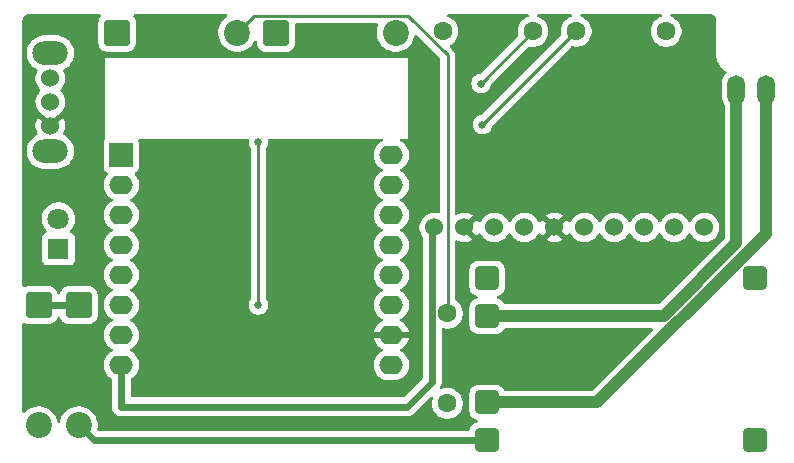
<source format=gbr>
%TF.GenerationSoftware,KiCad,Pcbnew,9.0.2*%
%TF.CreationDate,2025-06-18T17:22:37-04:00*%
%TF.ProjectId,CVISS_IMU_Tracker_Board,43564953-535f-4494-9d55-5f547261636b,rev?*%
%TF.SameCoordinates,Original*%
%TF.FileFunction,Copper,L1,Top*%
%TF.FilePolarity,Positive*%
%FSLAX46Y46*%
G04 Gerber Fmt 4.6, Leading zero omitted, Abs format (unit mm)*
G04 Created by KiCad (PCBNEW 9.0.2) date 2025-06-18 17:22:37*
%MOMM*%
%LPD*%
G01*
G04 APERTURE LIST*
G04 Aperture macros list*
%AMRoundRect*
0 Rectangle with rounded corners*
0 $1 Rounding radius*
0 $2 $3 $4 $5 $6 $7 $8 $9 X,Y pos of 4 corners*
0 Add a 4 corners polygon primitive as box body*
4,1,4,$2,$3,$4,$5,$6,$7,$8,$9,$2,$3,0*
0 Add four circle primitives for the rounded corners*
1,1,$1+$1,$2,$3*
1,1,$1+$1,$4,$5*
1,1,$1+$1,$6,$7*
1,1,$1+$1,$8,$9*
0 Add four rect primitives between the rounded corners*
20,1,$1+$1,$2,$3,$4,$5,0*
20,1,$1+$1,$4,$5,$6,$7,0*
20,1,$1+$1,$6,$7,$8,$9,0*
20,1,$1+$1,$8,$9,$2,$3,0*%
G04 Aperture macros list end*
%TA.AperFunction,ComponentPad*%
%ADD10C,1.530000*%
%TD*%
%TA.AperFunction,SMDPad,CuDef*%
%ADD11RoundRect,0.300000X-0.700000X-0.700000X0.700000X-0.700000X0.700000X0.700000X-0.700000X0.700000X0*%
%TD*%
%TA.AperFunction,ComponentPad*%
%ADD12O,3.000000X2.000000*%
%TD*%
%TA.AperFunction,ComponentPad*%
%ADD13C,2.200000*%
%TD*%
%TA.AperFunction,ComponentPad*%
%ADD14RoundRect,0.249999X-0.850001X-0.850001X0.850001X-0.850001X0.850001X0.850001X-0.850001X0.850001X0*%
%TD*%
%TA.AperFunction,ComponentPad*%
%ADD15C,1.600000*%
%TD*%
%TA.AperFunction,ComponentPad*%
%ADD16RoundRect,0.249999X-0.850001X0.850001X-0.850001X-0.850001X0.850001X-0.850001X0.850001X0.850001X0*%
%TD*%
%TA.AperFunction,ComponentPad*%
%ADD17R,2.000000X2.000000*%
%TD*%
%TA.AperFunction,ComponentPad*%
%ADD18O,2.000000X1.600000*%
%TD*%
%TA.AperFunction,SMDPad,CuDef*%
%ADD19O,1.500000X2.500000*%
%TD*%
%TA.AperFunction,ComponentPad*%
%ADD20R,1.800000X1.800000*%
%TD*%
%TA.AperFunction,ComponentPad*%
%ADD21C,1.800000*%
%TD*%
%TA.AperFunction,ViaPad*%
%ADD22C,1.000000*%
%TD*%
%TA.AperFunction,ViaPad*%
%ADD23C,0.650000*%
%TD*%
%TA.AperFunction,Conductor*%
%ADD24C,1.000000*%
%TD*%
%TA.AperFunction,Conductor*%
%ADD25C,0.250000*%
%TD*%
%TA.AperFunction,Conductor*%
%ADD26C,0.600000*%
%TD*%
G04 APERTURE END LIST*
D10*
%TO.P,U2,10,PS0*%
%TO.N,unconnected-(U2-PS0-Pad10)*%
X181280000Y-102700000D03*
%TO.P,U2,9,PS1*%
%TO.N,unconnected-(U2-PS1-Pad9)*%
X178740000Y-102700000D03*
%TO.P,U2,8,RST*%
%TO.N,unconnected-(U2-RST-Pad8)*%
X176200000Y-102700000D03*
%TO.P,U2,7,INT*%
%TO.N,/INT*%
X173660000Y-102700000D03*
%TO.P,U2,6,CS*%
%TO.N,unconnected-(U2-CS-Pad6)*%
X171120000Y-102700000D03*
%TO.P,U2,5,ADO*%
%TO.N,/SW_GND*%
X168580000Y-102700000D03*
%TO.P,U2,4,SDA*%
%TO.N,/SDA*%
X166040000Y-102700000D03*
%TO.P,U2,3,SCL*%
%TO.N,/SCL*%
X163500000Y-102700000D03*
%TO.P,U2,2,GND*%
%TO.N,/SW_GND*%
X160960000Y-102700000D03*
%TO.P,U2,1,VCC*%
%TO.N,+3.3V*%
X158420000Y-102700000D03*
%TD*%
D11*
%TO.P,U3,6,IN-*%
%TO.N,GND*%
X185585000Y-107005000D03*
%TO.P,U3,5,IN+*%
%TO.N,/IN+*%
X185585000Y-120705000D03*
%TO.P,U3,4,OUT-*%
%TO.N,GND*%
X162885000Y-107005000D03*
%TO.P,U3,3,B-*%
X162885000Y-110205000D03*
%TO.P,U3,2,B+*%
%TO.N,/B+*%
X162885000Y-117505000D03*
%TO.P,U3,1,OUT+*%
%TO.N,/OUT+*%
X162885000Y-120705000D03*
%TD*%
D12*
%TO.P,SW1,5*%
%TO.N,N/C*%
X125910000Y-87930000D03*
D10*
%TO.P,SW1,4*%
X125910000Y-90080000D03*
D12*
%TO.P,SW1,3*%
X125910000Y-96230000D03*
D10*
%TO.P,SW1,2,B*%
%TO.N,/SW_GND*%
X125910000Y-94080000D03*
%TO.P,SW1,1,A*%
%TO.N,GND*%
X125910000Y-92080000D03*
%TD*%
D13*
%TO.P,D8,2,A*%
%TO.N,/PWR_LED*%
X141730000Y-86200000D03*
D14*
%TO.P,D8,1,K*%
%TO.N,/GP_LED*%
X131570000Y-86200000D03*
%TD*%
D15*
%TO.P,R2,2*%
%TO.N,Net-(D1-A)*%
X159150000Y-86100000D03*
%TO.P,R2,1*%
%TO.N,Net-(U1-MOSI{slash}D7)*%
X166770000Y-86100000D03*
%TD*%
D16*
%TO.P,D7,1,K*%
%TO.N,+5V*%
X128300000Y-109280000D03*
D13*
%TO.P,D7,2,A*%
%TO.N,/OUT+*%
X128300000Y-119440000D03*
%TD*%
D17*
%TO.P,U1,1,~{RST}*%
%TO.N,unconnected-(U1-~{RST}-Pad1)*%
X131905000Y-96570000D03*
D18*
%TO.P,U1,2,A0*%
%TO.N,Net-(U1-A0)*%
X131905000Y-99110000D03*
%TO.P,U1,3,D0*%
%TO.N,unconnected-(U1-D0-Pad3)*%
X131905000Y-101650000D03*
%TO.P,U1,4,SCK/D5*%
%TO.N,unconnected-(U1-SCK{slash}D5-Pad4)*%
X131905000Y-104190000D03*
%TO.P,U1,5,MISO/D6*%
%TO.N,/INT*%
X131905000Y-106730000D03*
%TO.P,U1,6,MOSI/D7*%
%TO.N,Net-(U1-MOSI{slash}D7)*%
X131905000Y-109270000D03*
%TO.P,U1,7,CS/D8*%
%TO.N,unconnected-(U1-CS{slash}D8-Pad7)*%
X131905000Y-111810000D03*
%TO.P,U1,8,3V3*%
%TO.N,+3.3V*%
X131905000Y-114350000D03*
%TO.P,U1,9,5V*%
%TO.N,+5V*%
X154765000Y-114350000D03*
%TO.P,U1,10,GND*%
%TO.N,/SW_GND*%
X154765000Y-111810000D03*
%TO.P,U1,11,D4*%
%TO.N,unconnected-(U1-D4-Pad11)*%
X154765000Y-109270000D03*
%TO.P,U1,12,D3*%
%TO.N,unconnected-(U1-D3-Pad12)*%
X154765000Y-106730000D03*
%TO.P,U1,13,SDA/D2*%
%TO.N,/SDA*%
X154765000Y-104190000D03*
%TO.P,U1,14,SCL/D1*%
%TO.N,/SCL*%
X154765000Y-101650000D03*
%TO.P,U1,15,RX*%
%TO.N,unconnected-(U1-RX-Pad15)*%
X154765000Y-99110000D03*
%TO.P,U1,16,TX*%
%TO.N,unconnected-(U1-TX-Pad16)*%
X154765000Y-96570000D03*
%TD*%
D15*
%TO.P,R4,1*%
%TO.N,/IN+*%
X159520000Y-117600000D03*
%TO.P,R4,2*%
%TO.N,/PWR_LED*%
X159520000Y-109980000D03*
%TD*%
D14*
%TO.P,D1,1,K*%
%TO.N,/GP_LED*%
X144990000Y-86210000D03*
D13*
%TO.P,D1,2,A*%
%TO.N,Net-(D1-A)*%
X155150000Y-86210000D03*
%TD*%
D16*
%TO.P,D6,1,K*%
%TO.N,+5V*%
X124910000Y-109280000D03*
D13*
%TO.P,D6,2,A*%
%TO.N,/IN+*%
X124910000Y-119440000D03*
%TD*%
D15*
%TO.P,R1,1*%
%TO.N,Net-(U1-A0)*%
X170420000Y-86100000D03*
%TO.P,R1,2*%
%TO.N,/B+*%
X178040000Y-86100000D03*
%TD*%
D19*
%TO.P,U4,1,+*%
%TO.N,/B+*%
X186490000Y-91040000D03*
%TO.P,U4,2,-*%
%TO.N,GND*%
X183990000Y-91040000D03*
%TD*%
D20*
%TO.P,D9,1,K*%
%TO.N,GND*%
X126590000Y-104505000D03*
D21*
%TO.P,D9,2,A*%
%TO.N,/GP_LED*%
X126590000Y-101965000D03*
%TD*%
D22*
%TO.N,GND*%
X185585000Y-107005000D03*
D23*
%TO.N,Net-(U1-A0)*%
X162485000Y-93985000D03*
%TO.N,Net-(U1-MOSI{slash}D7)*%
X162360000Y-90510000D03*
X143510000Y-109260000D03*
X143510000Y-95495000D03*
%TO.N,/B+*%
X186490000Y-91040000D03*
D22*
%TO.N,GND*%
X162885000Y-107005000D03*
X162885000Y-110205000D03*
%TO.N,/IN+*%
X185585000Y-120705000D03*
%TD*%
D24*
%TO.N,GND*%
X183990000Y-104041530D02*
X177826530Y-110205000D01*
X183990000Y-91040000D02*
X183990000Y-104041530D01*
X177826530Y-110205000D02*
X162885000Y-110205000D01*
%TO.N,/B+*%
X186490000Y-103240000D02*
X172225000Y-117505000D01*
X186490000Y-91040000D02*
X186490000Y-103240000D01*
X172225000Y-117505000D02*
X162885000Y-117505000D01*
D25*
%TO.N,/PWR_LED*%
X143146000Y-84784000D02*
X141730000Y-86200000D01*
X156188000Y-84784000D02*
X143146000Y-84784000D01*
X159529999Y-88125999D02*
X156188000Y-84784000D01*
X159529999Y-90490001D02*
X159529999Y-88125999D01*
X159529999Y-109970001D02*
X159529999Y-90490001D01*
X159520000Y-109980000D02*
X159529999Y-109970001D01*
D26*
%TO.N,+3.3V*%
X158220000Y-102900000D02*
X158420000Y-102700000D01*
X156140000Y-117880000D02*
X158220000Y-115800000D01*
X131905000Y-117880000D02*
X156140000Y-117880000D01*
X131905000Y-114350000D02*
X131905000Y-117880000D01*
X158220000Y-115800000D02*
X158220000Y-102900000D01*
D25*
%TO.N,Net-(U1-A0)*%
X170370000Y-86100000D02*
X162485000Y-93985000D01*
X170420000Y-86100000D02*
X170370000Y-86100000D01*
%TO.N,Net-(U1-MOSI{slash}D7)*%
X166770000Y-86100000D02*
X162360000Y-90510000D01*
X143510000Y-95495000D02*
X143510000Y-109260000D01*
D26*
%TO.N,+5V*%
X124910000Y-109280000D02*
X128300000Y-109280000D01*
%TO.N,/OUT+*%
X162885000Y-120705000D02*
X129565000Y-120705000D01*
X129565000Y-120705000D02*
X128300000Y-119440000D01*
%TD*%
%TA.AperFunction,Conductor*%
%TO.N,/SW_GND*%
G36*
X130145809Y-84650185D02*
G01*
X130191564Y-84702989D01*
X130201508Y-84772147D01*
X130172483Y-84835703D01*
X130166451Y-84842181D01*
X130127289Y-84881342D01*
X130035187Y-85030662D01*
X130035186Y-85030665D01*
X129980001Y-85197202D01*
X129980001Y-85197203D01*
X129980000Y-85197203D01*
X129969500Y-85299982D01*
X129969500Y-87100017D01*
X129980000Y-87202796D01*
X130035185Y-87369332D01*
X130035187Y-87369337D01*
X130048231Y-87390485D01*
X130127288Y-87518656D01*
X130251344Y-87642712D01*
X130400665Y-87734814D01*
X130567202Y-87789999D01*
X130669990Y-87800500D01*
X130669995Y-87800500D01*
X132470005Y-87800500D01*
X132470010Y-87800500D01*
X132572798Y-87789999D01*
X132739335Y-87734814D01*
X132888656Y-87642712D01*
X133012712Y-87518656D01*
X133104814Y-87369335D01*
X133159999Y-87202798D01*
X133170500Y-87100010D01*
X133170500Y-85299990D01*
X133159999Y-85197202D01*
X133104814Y-85030665D01*
X133012712Y-84881344D01*
X132973549Y-84842181D01*
X132940064Y-84780858D01*
X132945048Y-84711166D01*
X132986920Y-84655233D01*
X133052384Y-84630816D01*
X133061230Y-84630500D01*
X140785665Y-84630500D01*
X140852704Y-84650185D01*
X140898459Y-84702989D01*
X140908403Y-84772147D01*
X140879378Y-84835703D01*
X140858550Y-84854818D01*
X140687350Y-84979201D01*
X140687345Y-84979205D01*
X140509205Y-85157345D01*
X140509201Y-85157350D01*
X140361132Y-85361151D01*
X140246760Y-85585616D01*
X140168910Y-85825214D01*
X140129500Y-86074038D01*
X140129500Y-86325961D01*
X140168910Y-86574785D01*
X140246760Y-86814383D01*
X140361132Y-87038848D01*
X140509201Y-87242649D01*
X140509205Y-87242654D01*
X140687345Y-87420794D01*
X140687350Y-87420798D01*
X140835805Y-87528656D01*
X140891155Y-87568870D01*
X141031032Y-87640141D01*
X141115616Y-87683239D01*
X141115618Y-87683239D01*
X141115621Y-87683241D01*
X141355215Y-87761090D01*
X141604038Y-87800500D01*
X141604039Y-87800500D01*
X141855961Y-87800500D01*
X141855962Y-87800500D01*
X142104785Y-87761090D01*
X142344379Y-87683241D01*
X142568845Y-87568870D01*
X142772656Y-87420793D01*
X142950793Y-87242656D01*
X143098870Y-87038845D01*
X143155015Y-86928653D01*
X143202990Y-86877858D01*
X143270811Y-86861063D01*
X143336945Y-86883600D01*
X143380397Y-86938315D01*
X143389500Y-86984949D01*
X143389500Y-87110017D01*
X143400000Y-87212796D01*
X143455185Y-87379332D01*
X143455187Y-87379337D01*
X143480758Y-87420794D01*
X143547288Y-87528656D01*
X143671344Y-87652712D01*
X143820665Y-87744814D01*
X143987202Y-87799999D01*
X144089990Y-87810500D01*
X144089995Y-87810500D01*
X145890005Y-87810500D01*
X145890010Y-87810500D01*
X145992798Y-87799999D01*
X146159335Y-87744814D01*
X146308656Y-87652712D01*
X146432712Y-87528656D01*
X146524814Y-87379335D01*
X146579999Y-87212798D01*
X146590500Y-87110010D01*
X146590500Y-85533500D01*
X146610185Y-85466461D01*
X146662989Y-85420706D01*
X146714500Y-85409500D01*
X153559242Y-85409500D01*
X153626281Y-85429185D01*
X153672036Y-85481989D01*
X153681980Y-85551147D01*
X153669728Y-85589792D01*
X153666762Y-85595613D01*
X153666760Y-85595618D01*
X153666759Y-85595621D01*
X153651494Y-85642601D01*
X153592160Y-85825214D01*
X153588910Y-85835215D01*
X153549500Y-86084038D01*
X153549500Y-86335962D01*
X153569847Y-86464426D01*
X153588910Y-86584785D01*
X153666760Y-86824383D01*
X153724812Y-86938315D01*
X153776036Y-87038848D01*
X153781132Y-87048848D01*
X153929201Y-87252649D01*
X153929205Y-87252654D01*
X154107345Y-87430794D01*
X154107350Y-87430798D01*
X154285117Y-87559952D01*
X154311155Y-87578870D01*
X154436448Y-87642710D01*
X154535616Y-87693239D01*
X154535618Y-87693239D01*
X154535621Y-87693241D01*
X154775215Y-87771090D01*
X155024038Y-87810500D01*
X155024039Y-87810500D01*
X155275961Y-87810500D01*
X155275962Y-87810500D01*
X155524785Y-87771090D01*
X155764379Y-87693241D01*
X155988845Y-87578870D01*
X156192656Y-87430793D01*
X156370793Y-87252656D01*
X156518870Y-87048845D01*
X156633241Y-86824379D01*
X156711090Y-86584785D01*
X156726768Y-86485794D01*
X156756697Y-86422661D01*
X156816008Y-86385729D01*
X156885871Y-86386727D01*
X156936922Y-86417512D01*
X158868180Y-88348770D01*
X158901665Y-88410093D01*
X158904499Y-88436451D01*
X158904499Y-101356126D01*
X158884814Y-101423165D01*
X158832010Y-101468920D01*
X158762852Y-101478864D01*
X158742182Y-101474057D01*
X158716341Y-101465661D01*
X158716342Y-101465661D01*
X158568782Y-101442290D01*
X158519597Y-101434500D01*
X158320403Y-101434500D01*
X158254822Y-101444887D01*
X158123659Y-101465661D01*
X158123656Y-101465661D01*
X157934219Y-101527213D01*
X157756733Y-101617647D01*
X157718286Y-101645581D01*
X157595582Y-101734731D01*
X157595580Y-101734733D01*
X157595579Y-101734733D01*
X157454733Y-101875579D01*
X157454733Y-101875580D01*
X157454731Y-101875582D01*
X157404447Y-101944790D01*
X157337647Y-102036733D01*
X157247213Y-102214219D01*
X157185661Y-102403656D01*
X157185661Y-102403659D01*
X157154500Y-102600403D01*
X157154500Y-102799596D01*
X157185661Y-102996340D01*
X157185661Y-102996343D01*
X157247213Y-103185780D01*
X157260485Y-103211827D01*
X157337647Y-103363266D01*
X157395818Y-103443331D01*
X157419298Y-103509136D01*
X157419500Y-103516216D01*
X157419500Y-115417060D01*
X157399815Y-115484099D01*
X157383181Y-115504741D01*
X155844741Y-117043181D01*
X155783418Y-117076666D01*
X155757060Y-117079500D01*
X132829500Y-117079500D01*
X132762461Y-117059815D01*
X132716706Y-117007011D01*
X132705500Y-116955500D01*
X132705500Y-115579601D01*
X132725185Y-115512562D01*
X132773206Y-115469116D01*
X132786610Y-115462287D01*
X132952219Y-115341966D01*
X133096966Y-115197219D01*
X133096968Y-115197215D01*
X133096971Y-115197213D01*
X133149732Y-115124590D01*
X133217287Y-115031610D01*
X133310220Y-114849219D01*
X133373477Y-114654534D01*
X133405500Y-114452352D01*
X133405500Y-114247648D01*
X133373477Y-114045466D01*
X133310220Y-113850781D01*
X133310218Y-113850778D01*
X133310218Y-113850776D01*
X133276503Y-113784607D01*
X133217287Y-113668390D01*
X133209556Y-113657749D01*
X133096971Y-113502786D01*
X132952213Y-113358028D01*
X132786614Y-113237715D01*
X132780006Y-113234348D01*
X132693917Y-113190483D01*
X132643123Y-113142511D01*
X132626328Y-113074690D01*
X132648865Y-113008555D01*
X132693917Y-112969516D01*
X132786610Y-112922287D01*
X132807770Y-112906913D01*
X132952213Y-112801971D01*
X132952215Y-112801968D01*
X132952219Y-112801966D01*
X133096966Y-112657219D01*
X133096968Y-112657215D01*
X133096971Y-112657213D01*
X133149732Y-112584590D01*
X133217287Y-112491610D01*
X133310220Y-112309219D01*
X133373477Y-112114534D01*
X133405500Y-111912352D01*
X133405500Y-111707648D01*
X133393326Y-111630788D01*
X133373477Y-111505465D01*
X133341569Y-111407262D01*
X133310220Y-111310781D01*
X133310218Y-111310778D01*
X133310218Y-111310776D01*
X133270620Y-111233062D01*
X133217287Y-111128390D01*
X133191055Y-111092284D01*
X133096971Y-110962786D01*
X132952213Y-110818028D01*
X132786614Y-110697715D01*
X132735886Y-110671868D01*
X132693917Y-110650483D01*
X132643123Y-110602511D01*
X132626328Y-110534690D01*
X132648865Y-110468555D01*
X132693917Y-110429516D01*
X132786610Y-110382287D01*
X132807770Y-110366913D01*
X132952213Y-110261971D01*
X132952215Y-110261968D01*
X132952219Y-110261966D01*
X133096966Y-110117219D01*
X133096968Y-110117215D01*
X133096971Y-110117213D01*
X133149732Y-110044590D01*
X133217287Y-109951610D01*
X133310220Y-109769219D01*
X133373477Y-109574534D01*
X133405500Y-109372352D01*
X133405500Y-109167648D01*
X133381989Y-109019206D01*
X133373477Y-108965465D01*
X133312958Y-108779209D01*
X133310220Y-108770781D01*
X133310218Y-108770778D01*
X133310218Y-108770776D01*
X133261347Y-108674862D01*
X133217287Y-108588390D01*
X133209556Y-108577749D01*
X133096971Y-108422786D01*
X132952213Y-108278028D01*
X132786614Y-108157715D01*
X132780006Y-108154348D01*
X132693917Y-108110483D01*
X132643123Y-108062511D01*
X132626328Y-107994690D01*
X132648865Y-107928555D01*
X132693917Y-107889516D01*
X132786610Y-107842287D01*
X132910863Y-107752013D01*
X132952213Y-107721971D01*
X132952215Y-107721968D01*
X132952219Y-107721966D01*
X133096966Y-107577219D01*
X133096968Y-107577215D01*
X133096971Y-107577213D01*
X133149732Y-107504590D01*
X133217287Y-107411610D01*
X133310220Y-107229219D01*
X133373477Y-107034534D01*
X133405500Y-106832352D01*
X133405500Y-106627648D01*
X133373477Y-106425466D01*
X133310220Y-106230781D01*
X133310218Y-106230778D01*
X133310218Y-106230776D01*
X133238087Y-106089213D01*
X133217287Y-106048390D01*
X133198240Y-106022174D01*
X133096971Y-105882786D01*
X132952213Y-105738028D01*
X132786614Y-105617715D01*
X132780006Y-105614348D01*
X132693917Y-105570483D01*
X132643123Y-105522511D01*
X132626328Y-105454690D01*
X132648865Y-105388555D01*
X132693917Y-105349516D01*
X132786610Y-105302287D01*
X132807770Y-105286913D01*
X132952213Y-105181971D01*
X132952215Y-105181968D01*
X132952219Y-105181966D01*
X133096966Y-105037219D01*
X133096968Y-105037215D01*
X133096971Y-105037213D01*
X133149732Y-104964590D01*
X133217287Y-104871610D01*
X133310220Y-104689219D01*
X133373477Y-104494534D01*
X133405500Y-104292352D01*
X133405500Y-104087648D01*
X133373477Y-103885466D01*
X133370980Y-103877782D01*
X133330897Y-103754418D01*
X133310220Y-103690781D01*
X133310218Y-103690778D01*
X133310218Y-103690776D01*
X133273889Y-103619477D01*
X133217287Y-103508390D01*
X133170019Y-103443330D01*
X133096971Y-103342786D01*
X132952213Y-103198028D01*
X132786614Y-103077715D01*
X132780006Y-103074348D01*
X132693917Y-103030483D01*
X132643123Y-102982511D01*
X132626328Y-102914690D01*
X132648865Y-102848555D01*
X132693917Y-102809516D01*
X132786610Y-102762287D01*
X132807770Y-102746913D01*
X132952213Y-102641971D01*
X132952215Y-102641968D01*
X132952219Y-102641966D01*
X133096966Y-102497219D01*
X133096968Y-102497215D01*
X133096971Y-102497213D01*
X133172690Y-102392993D01*
X133217287Y-102331610D01*
X133310220Y-102149219D01*
X133373477Y-101954534D01*
X133405500Y-101752352D01*
X133405500Y-101547648D01*
X133385784Y-101423165D01*
X133373477Y-101345465D01*
X133310218Y-101150776D01*
X133260215Y-101052641D01*
X133217287Y-100968390D01*
X133165244Y-100896758D01*
X133096971Y-100802786D01*
X132952213Y-100658028D01*
X132786614Y-100537715D01*
X132780006Y-100534348D01*
X132693917Y-100490483D01*
X132643123Y-100442511D01*
X132626328Y-100374690D01*
X132648865Y-100308555D01*
X132693917Y-100269516D01*
X132786610Y-100222287D01*
X132807770Y-100206913D01*
X132952213Y-100101971D01*
X132952215Y-100101968D01*
X132952219Y-100101966D01*
X133096966Y-99957219D01*
X133096968Y-99957215D01*
X133096971Y-99957213D01*
X133149732Y-99884590D01*
X133217287Y-99791610D01*
X133310220Y-99609219D01*
X133373477Y-99414534D01*
X133405500Y-99212352D01*
X133405500Y-99007648D01*
X133373477Y-98805466D01*
X133310220Y-98610781D01*
X133310218Y-98610778D01*
X133310218Y-98610776D01*
X133276503Y-98544607D01*
X133217287Y-98428390D01*
X133209556Y-98417749D01*
X133096971Y-98262786D01*
X133065736Y-98231551D01*
X133032251Y-98170228D01*
X133037235Y-98100536D01*
X133079107Y-98044603D01*
X133110080Y-98027689D01*
X133147331Y-98013796D01*
X133262546Y-97927546D01*
X133348796Y-97812331D01*
X133399091Y-97677483D01*
X133405500Y-97617873D01*
X133405499Y-95522128D01*
X133399091Y-95462517D01*
X133397300Y-95457715D01*
X133352401Y-95337333D01*
X133347417Y-95267641D01*
X133380902Y-95206318D01*
X133442226Y-95172834D01*
X133468583Y-95170000D01*
X142581880Y-95170000D01*
X142648919Y-95189685D01*
X142694674Y-95242489D01*
X142704618Y-95311647D01*
X142703497Y-95318192D01*
X142684500Y-95413692D01*
X142684500Y-95413695D01*
X142684500Y-95576305D01*
X142684500Y-95576307D01*
X142684499Y-95576307D01*
X142716222Y-95735783D01*
X142716225Y-95735793D01*
X142778450Y-95886019D01*
X142778452Y-95886023D01*
X142863602Y-96013459D01*
X142884480Y-96080136D01*
X142884500Y-96082349D01*
X142884500Y-108672650D01*
X142864815Y-108739689D01*
X142863603Y-108741540D01*
X142778450Y-108868982D01*
X142716225Y-109019206D01*
X142716222Y-109019216D01*
X142684500Y-109178692D01*
X142684500Y-109178695D01*
X142684500Y-109341305D01*
X142684500Y-109341307D01*
X142684499Y-109341307D01*
X142716222Y-109500783D01*
X142716225Y-109500793D01*
X142778450Y-109651019D01*
X142778452Y-109651023D01*
X142868788Y-109786220D01*
X142868794Y-109786228D01*
X142983771Y-109901205D01*
X142983779Y-109901211D01*
X143118976Y-109991547D01*
X143118980Y-109991549D01*
X143269206Y-110053774D01*
X143269211Y-110053776D01*
X143269215Y-110053776D01*
X143269216Y-110053777D01*
X143428692Y-110085500D01*
X143428695Y-110085500D01*
X143591307Y-110085500D01*
X143698598Y-110064157D01*
X143750789Y-110053776D01*
X143901021Y-109991548D01*
X143901023Y-109991547D01*
X143968169Y-109946680D01*
X144036225Y-109901208D01*
X144151208Y-109786225D01*
X144196680Y-109718169D01*
X144241547Y-109651023D01*
X144241549Y-109651019D01*
X144303774Y-109500793D01*
X144303776Y-109500789D01*
X144314157Y-109448598D01*
X144335500Y-109341307D01*
X144335500Y-109178692D01*
X144303777Y-109019216D01*
X144303776Y-109019215D01*
X144303776Y-109019211D01*
X144241548Y-108868979D01*
X144175931Y-108770776D01*
X144156397Y-108741540D01*
X144135520Y-108674862D01*
X144135500Y-108672650D01*
X144135500Y-96082349D01*
X144155185Y-96015310D01*
X144156398Y-96013459D01*
X144241547Y-95886023D01*
X144241549Y-95886019D01*
X144303774Y-95735793D01*
X144303776Y-95735789D01*
X144335156Y-95578034D01*
X144335500Y-95576307D01*
X144335500Y-95413692D01*
X144316503Y-95318192D01*
X144322730Y-95248600D01*
X144365592Y-95193423D01*
X144431482Y-95170178D01*
X144438120Y-95170000D01*
X153931561Y-95170000D01*
X153998600Y-95189685D01*
X154044355Y-95242489D01*
X154054299Y-95311647D01*
X154025274Y-95375203D01*
X153987856Y-95404485D01*
X153883385Y-95457715D01*
X153717786Y-95578028D01*
X153573028Y-95722786D01*
X153452715Y-95888386D01*
X153359781Y-96070776D01*
X153296522Y-96265465D01*
X153264500Y-96467648D01*
X153264500Y-96672351D01*
X153296522Y-96874534D01*
X153359781Y-97069223D01*
X153423691Y-97194653D01*
X153430243Y-97207511D01*
X153452715Y-97251613D01*
X153573028Y-97417213D01*
X153717786Y-97561971D01*
X153872749Y-97674556D01*
X153883390Y-97682287D01*
X153974840Y-97728883D01*
X153976080Y-97729515D01*
X154026876Y-97777490D01*
X154043671Y-97845311D01*
X154021134Y-97911446D01*
X153976080Y-97950485D01*
X153883386Y-97997715D01*
X153717786Y-98118028D01*
X153573028Y-98262786D01*
X153452715Y-98428386D01*
X153359781Y-98610776D01*
X153296522Y-98805465D01*
X153264500Y-99007648D01*
X153264500Y-99212351D01*
X153296522Y-99414534D01*
X153359781Y-99609223D01*
X153452715Y-99791613D01*
X153573028Y-99957213D01*
X153717786Y-100101971D01*
X153872749Y-100214556D01*
X153883390Y-100222287D01*
X153974840Y-100268883D01*
X153976080Y-100269515D01*
X154026876Y-100317490D01*
X154043671Y-100385311D01*
X154021134Y-100451446D01*
X153976080Y-100490485D01*
X153883386Y-100537715D01*
X153717786Y-100658028D01*
X153573028Y-100802786D01*
X153452715Y-100968386D01*
X153359781Y-101150776D01*
X153296522Y-101345465D01*
X153264500Y-101547648D01*
X153264500Y-101752351D01*
X153296522Y-101954534D01*
X153359781Y-102149223D01*
X153414067Y-102255763D01*
X153436556Y-102299901D01*
X153452715Y-102331613D01*
X153573028Y-102497213D01*
X153717786Y-102641971D01*
X153872749Y-102754556D01*
X153883390Y-102762287D01*
X153936006Y-102789096D01*
X153976080Y-102809515D01*
X154026876Y-102857490D01*
X154043671Y-102925311D01*
X154021134Y-102991446D01*
X153976080Y-103030485D01*
X153883386Y-103077715D01*
X153717786Y-103198028D01*
X153573028Y-103342786D01*
X153452715Y-103508386D01*
X153359781Y-103690776D01*
X153296522Y-103885465D01*
X153264500Y-104087648D01*
X153264500Y-104292351D01*
X153296522Y-104494534D01*
X153359781Y-104689223D01*
X153452715Y-104871613D01*
X153573028Y-105037213D01*
X153717786Y-105181971D01*
X153870358Y-105292819D01*
X153883390Y-105302287D01*
X153974840Y-105348883D01*
X153976080Y-105349515D01*
X154026876Y-105397490D01*
X154043671Y-105465311D01*
X154021134Y-105531446D01*
X153976080Y-105570485D01*
X153883386Y-105617715D01*
X153717786Y-105738028D01*
X153573028Y-105882786D01*
X153452715Y-106048386D01*
X153359781Y-106230776D01*
X153296522Y-106425465D01*
X153264500Y-106627648D01*
X153264500Y-106832351D01*
X153296522Y-107034534D01*
X153359781Y-107229223D01*
X153452715Y-107411613D01*
X153573028Y-107577213D01*
X153717786Y-107721971D01*
X153872749Y-107834556D01*
X153883390Y-107842287D01*
X153953094Y-107877803D01*
X153976080Y-107889515D01*
X154026876Y-107937490D01*
X154043671Y-108005311D01*
X154021134Y-108071446D01*
X153976080Y-108110485D01*
X153883386Y-108157715D01*
X153717786Y-108278028D01*
X153573028Y-108422786D01*
X153452715Y-108588386D01*
X153359781Y-108770776D01*
X153296522Y-108965465D01*
X153264500Y-109167648D01*
X153264500Y-109372351D01*
X153296522Y-109574534D01*
X153359781Y-109769223D01*
X153452715Y-109951613D01*
X153573028Y-110117213D01*
X153717786Y-110261971D01*
X153872749Y-110374556D01*
X153883390Y-110382287D01*
X153955424Y-110418990D01*
X153976629Y-110429795D01*
X154027425Y-110477770D01*
X154044220Y-110545591D01*
X154021682Y-110611726D01*
X153976629Y-110650765D01*
X153883650Y-110698140D01*
X153718105Y-110818417D01*
X153718104Y-110818417D01*
X153573417Y-110963104D01*
X153573417Y-110963105D01*
X153453140Y-111128650D01*
X153360244Y-111310970D01*
X153297009Y-111505586D01*
X153288391Y-111560000D01*
X154389722Y-111560000D01*
X154345667Y-111636306D01*
X154315000Y-111750756D01*
X154315000Y-111869244D01*
X154345667Y-111983694D01*
X154389722Y-112060000D01*
X153288391Y-112060000D01*
X153297009Y-112114413D01*
X153360244Y-112309029D01*
X153453140Y-112491349D01*
X153573417Y-112656894D01*
X153573417Y-112656895D01*
X153718104Y-112801582D01*
X153883652Y-112921861D01*
X153976628Y-112969234D01*
X154027425Y-113017208D01*
X154044220Y-113085029D01*
X154021683Y-113151164D01*
X153976630Y-113190203D01*
X153883388Y-113237713D01*
X153717786Y-113358028D01*
X153573028Y-113502786D01*
X153452715Y-113668386D01*
X153359781Y-113850776D01*
X153296522Y-114045465D01*
X153264500Y-114247648D01*
X153264500Y-114452351D01*
X153296522Y-114654534D01*
X153359781Y-114849223D01*
X153452715Y-115031613D01*
X153573028Y-115197213D01*
X153717786Y-115341971D01*
X153872749Y-115454556D01*
X153883390Y-115462287D01*
X153964499Y-115503614D01*
X154065776Y-115555218D01*
X154065778Y-115555218D01*
X154065781Y-115555220D01*
X154140818Y-115579601D01*
X154260465Y-115618477D01*
X154361557Y-115634488D01*
X154462648Y-115650500D01*
X154462649Y-115650500D01*
X155067351Y-115650500D01*
X155067352Y-115650500D01*
X155269534Y-115618477D01*
X155464219Y-115555220D01*
X155646610Y-115462287D01*
X155739590Y-115394732D01*
X155812213Y-115341971D01*
X155812215Y-115341968D01*
X155812219Y-115341966D01*
X155956966Y-115197219D01*
X155956968Y-115197215D01*
X155956971Y-115197213D01*
X156009732Y-115124590D01*
X156077287Y-115031610D01*
X156170220Y-114849219D01*
X156233477Y-114654534D01*
X156265500Y-114452352D01*
X156265500Y-114247648D01*
X156233477Y-114045466D01*
X156170220Y-113850781D01*
X156170218Y-113850778D01*
X156170218Y-113850776D01*
X156136503Y-113784607D01*
X156077287Y-113668390D01*
X156069556Y-113657749D01*
X155956971Y-113502786D01*
X155812213Y-113358028D01*
X155646611Y-113237713D01*
X155553369Y-113190203D01*
X155502574Y-113142229D01*
X155485779Y-113074407D01*
X155508317Y-113008273D01*
X155553371Y-112969234D01*
X155646347Y-112921861D01*
X155811894Y-112801582D01*
X155811895Y-112801582D01*
X155956582Y-112656895D01*
X155956582Y-112656894D01*
X156076859Y-112491349D01*
X156169755Y-112309029D01*
X156232990Y-112114413D01*
X156241609Y-112060000D01*
X155140278Y-112060000D01*
X155184333Y-111983694D01*
X155215000Y-111869244D01*
X155215000Y-111750756D01*
X155184333Y-111636306D01*
X155140278Y-111560000D01*
X156241609Y-111560000D01*
X156232990Y-111505586D01*
X156169755Y-111310970D01*
X156076859Y-111128650D01*
X155956582Y-110963105D01*
X155956582Y-110963104D01*
X155811895Y-110818417D01*
X155646349Y-110698140D01*
X155553370Y-110650765D01*
X155502574Y-110602790D01*
X155485779Y-110534969D01*
X155508316Y-110468835D01*
X155553370Y-110429795D01*
X155553920Y-110429515D01*
X155646610Y-110382287D01*
X155667770Y-110366913D01*
X155812213Y-110261971D01*
X155812215Y-110261968D01*
X155812219Y-110261966D01*
X155956966Y-110117219D01*
X155956968Y-110117215D01*
X155956971Y-110117213D01*
X156009732Y-110044590D01*
X156077287Y-109951610D01*
X156170220Y-109769219D01*
X156233477Y-109574534D01*
X156265500Y-109372352D01*
X156265500Y-109167648D01*
X156241989Y-109019206D01*
X156233477Y-108965465D01*
X156172958Y-108779209D01*
X156170220Y-108770781D01*
X156170218Y-108770778D01*
X156170218Y-108770776D01*
X156121347Y-108674862D01*
X156077287Y-108588390D01*
X156069556Y-108577749D01*
X155956971Y-108422786D01*
X155812213Y-108278028D01*
X155646614Y-108157715D01*
X155640006Y-108154348D01*
X155553917Y-108110483D01*
X155503123Y-108062511D01*
X155486328Y-107994690D01*
X155508865Y-107928555D01*
X155553917Y-107889516D01*
X155646610Y-107842287D01*
X155770863Y-107752013D01*
X155812213Y-107721971D01*
X155812215Y-107721968D01*
X155812219Y-107721966D01*
X155956966Y-107577219D01*
X155956968Y-107577215D01*
X155956971Y-107577213D01*
X156009732Y-107504590D01*
X156077287Y-107411610D01*
X156170220Y-107229219D01*
X156233477Y-107034534D01*
X156265500Y-106832352D01*
X156265500Y-106627648D01*
X156233477Y-106425466D01*
X156170220Y-106230781D01*
X156170218Y-106230778D01*
X156170218Y-106230776D01*
X156098087Y-106089213D01*
X156077287Y-106048390D01*
X156058240Y-106022174D01*
X155956971Y-105882786D01*
X155812213Y-105738028D01*
X155646614Y-105617715D01*
X155640006Y-105614348D01*
X155553917Y-105570483D01*
X155503123Y-105522511D01*
X155486328Y-105454690D01*
X155508865Y-105388555D01*
X155553917Y-105349516D01*
X155646610Y-105302287D01*
X155667770Y-105286913D01*
X155812213Y-105181971D01*
X155812215Y-105181968D01*
X155812219Y-105181966D01*
X155956966Y-105037219D01*
X155956968Y-105037215D01*
X155956971Y-105037213D01*
X156009732Y-104964590D01*
X156077287Y-104871610D01*
X156170220Y-104689219D01*
X156233477Y-104494534D01*
X156265500Y-104292352D01*
X156265500Y-104087648D01*
X156233477Y-103885466D01*
X156230980Y-103877782D01*
X156190897Y-103754418D01*
X156170220Y-103690781D01*
X156170218Y-103690778D01*
X156170218Y-103690776D01*
X156133889Y-103619477D01*
X156077287Y-103508390D01*
X156030019Y-103443330D01*
X155956971Y-103342786D01*
X155812213Y-103198028D01*
X155646614Y-103077715D01*
X155640006Y-103074348D01*
X155553917Y-103030483D01*
X155503123Y-102982511D01*
X155486328Y-102914690D01*
X155508865Y-102848555D01*
X155553917Y-102809516D01*
X155646610Y-102762287D01*
X155667770Y-102746913D01*
X155812213Y-102641971D01*
X155812215Y-102641968D01*
X155812219Y-102641966D01*
X155956966Y-102497219D01*
X155956968Y-102497215D01*
X155956971Y-102497213D01*
X156032690Y-102392993D01*
X156077287Y-102331610D01*
X156170220Y-102149219D01*
X156233477Y-101954534D01*
X156265500Y-101752352D01*
X156265500Y-101547648D01*
X156245784Y-101423165D01*
X156233477Y-101345465D01*
X156170218Y-101150776D01*
X156120215Y-101052641D01*
X156077287Y-100968390D01*
X156025244Y-100896758D01*
X155956971Y-100802786D01*
X155812213Y-100658028D01*
X155646614Y-100537715D01*
X155640006Y-100534348D01*
X155553917Y-100490483D01*
X155503123Y-100442511D01*
X155486328Y-100374690D01*
X155508865Y-100308555D01*
X155553917Y-100269516D01*
X155646610Y-100222287D01*
X155667770Y-100206913D01*
X155812213Y-100101971D01*
X155812215Y-100101968D01*
X155812219Y-100101966D01*
X155956966Y-99957219D01*
X155956968Y-99957215D01*
X155956971Y-99957213D01*
X156009732Y-99884590D01*
X156077287Y-99791610D01*
X156170220Y-99609219D01*
X156233477Y-99414534D01*
X156265500Y-99212352D01*
X156265500Y-99007648D01*
X156233477Y-98805466D01*
X156170220Y-98610781D01*
X156170218Y-98610778D01*
X156170218Y-98610776D01*
X156136503Y-98544607D01*
X156077287Y-98428390D01*
X156069556Y-98417749D01*
X155956971Y-98262786D01*
X155812213Y-98118028D01*
X155646614Y-97997715D01*
X155640006Y-97994348D01*
X155553917Y-97950483D01*
X155503123Y-97902511D01*
X155486328Y-97834690D01*
X155508865Y-97768555D01*
X155553917Y-97729516D01*
X155646610Y-97682287D01*
X155731560Y-97620568D01*
X155812213Y-97561971D01*
X155812215Y-97561968D01*
X155812219Y-97561966D01*
X155956966Y-97417219D01*
X155956968Y-97417215D01*
X155956971Y-97417213D01*
X156009732Y-97344590D01*
X156077287Y-97251610D01*
X156170220Y-97069219D01*
X156233477Y-96874534D01*
X156265500Y-96672352D01*
X156265500Y-96467648D01*
X156233477Y-96265466D01*
X156170220Y-96070781D01*
X156170218Y-96070778D01*
X156170218Y-96070776D01*
X156136503Y-96004607D01*
X156077287Y-95888390D01*
X156069556Y-95877749D01*
X155956971Y-95722786D01*
X155812213Y-95578028D01*
X155646614Y-95457715D01*
X155542144Y-95404485D01*
X155491348Y-95356510D01*
X155474553Y-95288689D01*
X155497090Y-95222555D01*
X155551805Y-95179103D01*
X155598439Y-95170000D01*
X156155000Y-95170000D01*
X156155000Y-88370000D01*
X130555000Y-88370000D01*
X130555000Y-95161102D01*
X130535315Y-95228141D01*
X130530267Y-95235413D01*
X130461203Y-95327669D01*
X130461202Y-95327671D01*
X130410908Y-95462517D01*
X130404501Y-95522116D01*
X130404501Y-95522123D01*
X130404500Y-95522135D01*
X130404500Y-97617870D01*
X130404501Y-97617876D01*
X130410908Y-97677483D01*
X130461202Y-97812328D01*
X130461206Y-97812335D01*
X130547452Y-97927544D01*
X130547455Y-97927547D01*
X130662664Y-98013793D01*
X130662673Y-98013798D01*
X130699914Y-98027688D01*
X130755848Y-98069559D01*
X130780266Y-98135023D01*
X130765415Y-98203296D01*
X130744265Y-98231550D01*
X130713027Y-98262787D01*
X130592715Y-98428386D01*
X130499781Y-98610776D01*
X130436522Y-98805465D01*
X130404500Y-99007648D01*
X130404500Y-99212351D01*
X130436522Y-99414534D01*
X130499781Y-99609223D01*
X130592715Y-99791613D01*
X130713028Y-99957213D01*
X130857786Y-100101971D01*
X131012749Y-100214556D01*
X131023390Y-100222287D01*
X131114840Y-100268883D01*
X131116080Y-100269515D01*
X131166876Y-100317490D01*
X131183671Y-100385311D01*
X131161134Y-100451446D01*
X131116080Y-100490485D01*
X131023386Y-100537715D01*
X130857786Y-100658028D01*
X130713028Y-100802786D01*
X130592715Y-100968386D01*
X130499781Y-101150776D01*
X130436522Y-101345465D01*
X130404500Y-101547648D01*
X130404500Y-101752351D01*
X130436522Y-101954534D01*
X130499781Y-102149223D01*
X130554067Y-102255763D01*
X130576556Y-102299901D01*
X130592715Y-102331613D01*
X130713028Y-102497213D01*
X130857786Y-102641971D01*
X131012749Y-102754556D01*
X131023390Y-102762287D01*
X131076006Y-102789096D01*
X131116080Y-102809515D01*
X131166876Y-102857490D01*
X131183671Y-102925311D01*
X131161134Y-102991446D01*
X131116080Y-103030485D01*
X131023386Y-103077715D01*
X130857786Y-103198028D01*
X130713028Y-103342786D01*
X130592715Y-103508386D01*
X130499781Y-103690776D01*
X130436522Y-103885465D01*
X130404500Y-104087648D01*
X130404500Y-104292351D01*
X130436522Y-104494534D01*
X130499781Y-104689223D01*
X130592715Y-104871613D01*
X130713028Y-105037213D01*
X130857786Y-105181971D01*
X131010358Y-105292819D01*
X131023390Y-105302287D01*
X131114840Y-105348883D01*
X131116080Y-105349515D01*
X131166876Y-105397490D01*
X131183671Y-105465311D01*
X131161134Y-105531446D01*
X131116080Y-105570485D01*
X131023386Y-105617715D01*
X130857786Y-105738028D01*
X130713028Y-105882786D01*
X130592715Y-106048386D01*
X130499781Y-106230776D01*
X130436522Y-106425465D01*
X130404500Y-106627648D01*
X130404500Y-106832351D01*
X130436522Y-107034534D01*
X130499781Y-107229223D01*
X130592715Y-107411613D01*
X130713028Y-107577213D01*
X130857786Y-107721971D01*
X131012749Y-107834556D01*
X131023390Y-107842287D01*
X131093094Y-107877803D01*
X131116080Y-107889515D01*
X131166876Y-107937490D01*
X131183671Y-108005311D01*
X131161134Y-108071446D01*
X131116080Y-108110485D01*
X131023386Y-108157715D01*
X130857786Y-108278028D01*
X130713028Y-108422786D01*
X130592715Y-108588386D01*
X130499781Y-108770776D01*
X130436522Y-108965465D01*
X130404500Y-109167648D01*
X130404500Y-109372351D01*
X130436522Y-109574534D01*
X130499781Y-109769223D01*
X130592715Y-109951613D01*
X130713028Y-110117213D01*
X130857786Y-110261971D01*
X131012749Y-110374556D01*
X131023390Y-110382287D01*
X131114840Y-110428883D01*
X131116080Y-110429515D01*
X131166876Y-110477490D01*
X131183671Y-110545311D01*
X131161134Y-110611446D01*
X131116080Y-110650485D01*
X131023386Y-110697715D01*
X130857786Y-110818028D01*
X130713028Y-110962786D01*
X130592715Y-111128386D01*
X130499781Y-111310776D01*
X130436522Y-111505465D01*
X130404500Y-111707648D01*
X130404500Y-111912351D01*
X130436522Y-112114534D01*
X130499781Y-112309223D01*
X130592715Y-112491613D01*
X130713028Y-112657213D01*
X130857786Y-112801971D01*
X131012749Y-112914556D01*
X131023390Y-112922287D01*
X131114840Y-112968883D01*
X131116080Y-112969515D01*
X131166876Y-113017490D01*
X131183671Y-113085311D01*
X131161134Y-113151446D01*
X131116080Y-113190485D01*
X131023386Y-113237715D01*
X130857786Y-113358028D01*
X130713028Y-113502786D01*
X130592715Y-113668386D01*
X130499781Y-113850776D01*
X130436522Y-114045465D01*
X130404500Y-114247648D01*
X130404500Y-114452351D01*
X130436522Y-114654534D01*
X130499781Y-114849223D01*
X130592715Y-115031613D01*
X130713028Y-115197213D01*
X130713034Y-115197219D01*
X130857781Y-115341966D01*
X131023390Y-115462287D01*
X131036793Y-115469116D01*
X131087589Y-115517088D01*
X131104500Y-115579601D01*
X131104500Y-117958846D01*
X131135261Y-118113489D01*
X131135264Y-118113501D01*
X131195602Y-118259172D01*
X131195609Y-118259185D01*
X131283210Y-118390288D01*
X131283213Y-118390292D01*
X131394707Y-118501786D01*
X131394711Y-118501789D01*
X131525814Y-118589390D01*
X131525827Y-118589397D01*
X131671498Y-118649735D01*
X131671503Y-118649737D01*
X131826153Y-118680499D01*
X131826156Y-118680500D01*
X131826158Y-118680500D01*
X156218844Y-118680500D01*
X156218845Y-118680499D01*
X156373497Y-118649737D01*
X156519179Y-118589394D01*
X156650289Y-118501789D01*
X158076376Y-117075702D01*
X158137699Y-117042217D01*
X158207391Y-117047201D01*
X158263324Y-117089073D01*
X158287741Y-117154537D01*
X158281988Y-117201701D01*
X158251523Y-117295461D01*
X158251523Y-117295464D01*
X158219500Y-117497648D01*
X158219500Y-117702351D01*
X158251522Y-117904534D01*
X158314781Y-118099223D01*
X158336976Y-118142782D01*
X158396280Y-118259172D01*
X158407715Y-118281613D01*
X158528028Y-118447213D01*
X158672786Y-118591971D01*
X158827749Y-118704556D01*
X158838390Y-118712287D01*
X158954607Y-118771503D01*
X159020776Y-118805218D01*
X159020778Y-118805218D01*
X159020781Y-118805220D01*
X159083569Y-118825621D01*
X159215465Y-118868477D01*
X159316557Y-118884488D01*
X159417648Y-118900500D01*
X159417649Y-118900500D01*
X159622351Y-118900500D01*
X159622352Y-118900500D01*
X159824534Y-118868477D01*
X160019219Y-118805220D01*
X160201610Y-118712287D01*
X160294590Y-118644732D01*
X160367213Y-118591971D01*
X160367215Y-118591968D01*
X160367219Y-118591966D01*
X160511966Y-118447219D01*
X160511968Y-118447215D01*
X160511971Y-118447213D01*
X160603669Y-118320999D01*
X160632287Y-118281610D01*
X160725220Y-118099219D01*
X160788477Y-117904534D01*
X160820500Y-117702352D01*
X160820500Y-117497648D01*
X160788477Y-117295466D01*
X160788476Y-117295464D01*
X160725218Y-117100776D01*
X160691503Y-117034607D01*
X160632287Y-116918390D01*
X160624556Y-116907749D01*
X160511971Y-116752786D01*
X160367213Y-116608028D01*
X160201613Y-116487715D01*
X160201612Y-116487714D01*
X160201610Y-116487713D01*
X160138345Y-116455478D01*
X160019223Y-116394781D01*
X159824534Y-116331522D01*
X159649995Y-116303878D01*
X159622352Y-116299500D01*
X159417648Y-116299500D01*
X159350254Y-116310174D01*
X159215464Y-116331523D01*
X159215461Y-116331523D01*
X159060127Y-116381995D01*
X158990286Y-116383990D01*
X158930453Y-116347910D01*
X158899625Y-116285209D01*
X158907590Y-116215794D01*
X158918709Y-116195170D01*
X158929391Y-116179183D01*
X158929394Y-116179179D01*
X158989737Y-116033497D01*
X159020500Y-115878842D01*
X159020500Y-111355800D01*
X159040185Y-111288761D01*
X159092989Y-111243006D01*
X159162147Y-111233062D01*
X159182820Y-111237870D01*
X159215458Y-111248475D01*
X159215461Y-111248475D01*
X159215466Y-111248477D01*
X159417648Y-111280500D01*
X159417649Y-111280500D01*
X159622351Y-111280500D01*
X159622352Y-111280500D01*
X159824534Y-111248477D01*
X160019219Y-111185220D01*
X160201610Y-111092287D01*
X160294590Y-111024732D01*
X160367213Y-110971971D01*
X160367215Y-110971968D01*
X160367219Y-110971966D01*
X160511966Y-110827219D01*
X160511968Y-110827215D01*
X160511971Y-110827213D01*
X160587894Y-110722712D01*
X160632287Y-110661610D01*
X160725220Y-110479219D01*
X160788477Y-110284534D01*
X160820500Y-110082352D01*
X160820500Y-109877648D01*
X160788477Y-109675466D01*
X160780534Y-109651021D01*
X160725218Y-109480776D01*
X160691503Y-109414607D01*
X160632287Y-109298390D01*
X160624556Y-109287749D01*
X160511971Y-109132786D01*
X160367217Y-108988032D01*
X160367212Y-108988028D01*
X160206614Y-108871347D01*
X160163948Y-108816017D01*
X160155499Y-108771029D01*
X160155499Y-103912179D01*
X160175184Y-103845140D01*
X160227988Y-103799385D01*
X160297146Y-103789441D01*
X160335794Y-103801694D01*
X160474405Y-103872320D01*
X160663777Y-103933852D01*
X160860437Y-103965000D01*
X161059563Y-103965000D01*
X161256222Y-103933852D01*
X161445594Y-103872320D01*
X161623005Y-103781924D01*
X161660863Y-103754418D01*
X161660863Y-103754417D01*
X161089408Y-103182962D01*
X161152993Y-103165925D01*
X161267007Y-103100099D01*
X161360099Y-103007007D01*
X161425925Y-102892993D01*
X161442962Y-102829408D01*
X162014417Y-103400863D01*
X162014418Y-103400863D01*
X162041924Y-103363005D01*
X162119234Y-103211277D01*
X162167208Y-103160481D01*
X162235029Y-103143686D01*
X162301164Y-103166223D01*
X162340204Y-103211277D01*
X162358638Y-103247455D01*
X162417647Y-103363266D01*
X162534731Y-103524418D01*
X162675582Y-103665269D01*
X162836734Y-103782353D01*
X162959961Y-103845140D01*
X163014219Y-103872786D01*
X163203657Y-103934338D01*
X163203658Y-103934338D01*
X163203661Y-103934339D01*
X163400403Y-103965500D01*
X163400404Y-103965500D01*
X163599596Y-103965500D01*
X163599597Y-103965500D01*
X163796339Y-103934339D01*
X163796342Y-103934338D01*
X163796343Y-103934338D01*
X163985780Y-103872786D01*
X163985780Y-103872785D01*
X163985783Y-103872785D01*
X164163266Y-103782353D01*
X164324418Y-103665269D01*
X164465269Y-103524418D01*
X164582353Y-103363266D01*
X164659515Y-103211827D01*
X164707490Y-103161031D01*
X164775311Y-103144236D01*
X164841446Y-103166773D01*
X164880485Y-103211827D01*
X164957647Y-103363266D01*
X165074731Y-103524418D01*
X165215582Y-103665269D01*
X165376734Y-103782353D01*
X165499961Y-103845140D01*
X165554219Y-103872786D01*
X165743657Y-103934338D01*
X165743658Y-103934338D01*
X165743661Y-103934339D01*
X165940403Y-103965500D01*
X165940404Y-103965500D01*
X166139596Y-103965500D01*
X166139597Y-103965500D01*
X166336339Y-103934339D01*
X166336342Y-103934338D01*
X166336343Y-103934338D01*
X166525780Y-103872786D01*
X166525780Y-103872785D01*
X166525783Y-103872785D01*
X166703266Y-103782353D01*
X166864418Y-103665269D01*
X167005269Y-103524418D01*
X167122353Y-103363266D01*
X167199795Y-103211276D01*
X167247769Y-103160481D01*
X167315590Y-103143686D01*
X167381725Y-103166223D01*
X167420765Y-103211277D01*
X167498077Y-103363008D01*
X167525580Y-103400863D01*
X167525581Y-103400864D01*
X168097037Y-102829408D01*
X168114075Y-102892993D01*
X168179901Y-103007007D01*
X168272993Y-103100099D01*
X168387007Y-103165925D01*
X168450590Y-103182962D01*
X167879134Y-103754417D01*
X167916994Y-103781924D01*
X168094405Y-103872320D01*
X168283777Y-103933852D01*
X168480437Y-103965000D01*
X168679563Y-103965000D01*
X168876222Y-103933852D01*
X169065594Y-103872320D01*
X169243005Y-103781924D01*
X169280863Y-103754418D01*
X169280863Y-103754417D01*
X168709409Y-103182962D01*
X168772993Y-103165925D01*
X168887007Y-103100099D01*
X168980099Y-103007007D01*
X169045925Y-102892993D01*
X169062962Y-102829408D01*
X169634417Y-103400863D01*
X169634418Y-103400863D01*
X169661924Y-103363005D01*
X169739234Y-103211277D01*
X169787208Y-103160481D01*
X169855029Y-103143686D01*
X169921164Y-103166223D01*
X169960204Y-103211277D01*
X169978638Y-103247455D01*
X170037647Y-103363266D01*
X170154731Y-103524418D01*
X170295582Y-103665269D01*
X170456734Y-103782353D01*
X170579961Y-103845140D01*
X170634219Y-103872786D01*
X170823657Y-103934338D01*
X170823658Y-103934338D01*
X170823661Y-103934339D01*
X171020403Y-103965500D01*
X171020404Y-103965500D01*
X171219596Y-103965500D01*
X171219597Y-103965500D01*
X171416339Y-103934339D01*
X171416342Y-103934338D01*
X171416343Y-103934338D01*
X171605780Y-103872786D01*
X171605780Y-103872785D01*
X171605783Y-103872785D01*
X171783266Y-103782353D01*
X171944418Y-103665269D01*
X172085269Y-103524418D01*
X172202353Y-103363266D01*
X172279515Y-103211827D01*
X172327490Y-103161031D01*
X172395311Y-103144236D01*
X172461446Y-103166773D01*
X172500485Y-103211827D01*
X172577647Y-103363266D01*
X172694731Y-103524418D01*
X172835582Y-103665269D01*
X172996734Y-103782353D01*
X173119961Y-103845140D01*
X173174219Y-103872786D01*
X173363657Y-103934338D01*
X173363658Y-103934338D01*
X173363661Y-103934339D01*
X173560403Y-103965500D01*
X173560404Y-103965500D01*
X173759596Y-103965500D01*
X173759597Y-103965500D01*
X173956339Y-103934339D01*
X173956342Y-103934338D01*
X173956343Y-103934338D01*
X174145780Y-103872786D01*
X174145780Y-103872785D01*
X174145783Y-103872785D01*
X174323266Y-103782353D01*
X174484418Y-103665269D01*
X174625269Y-103524418D01*
X174742353Y-103363266D01*
X174819515Y-103211827D01*
X174867490Y-103161031D01*
X174935311Y-103144236D01*
X175001446Y-103166773D01*
X175040485Y-103211827D01*
X175117647Y-103363266D01*
X175234731Y-103524418D01*
X175375582Y-103665269D01*
X175536734Y-103782353D01*
X175659961Y-103845140D01*
X175714219Y-103872786D01*
X175903657Y-103934338D01*
X175903658Y-103934338D01*
X175903661Y-103934339D01*
X176100403Y-103965500D01*
X176100404Y-103965500D01*
X176299596Y-103965500D01*
X176299597Y-103965500D01*
X176496339Y-103934339D01*
X176496342Y-103934338D01*
X176496343Y-103934338D01*
X176685780Y-103872786D01*
X176685780Y-103872785D01*
X176685783Y-103872785D01*
X176863266Y-103782353D01*
X177024418Y-103665269D01*
X177165269Y-103524418D01*
X177282353Y-103363266D01*
X177359515Y-103211827D01*
X177407490Y-103161031D01*
X177475311Y-103144236D01*
X177541446Y-103166773D01*
X177580485Y-103211827D01*
X177657647Y-103363266D01*
X177774731Y-103524418D01*
X177915582Y-103665269D01*
X178076734Y-103782353D01*
X178199961Y-103845140D01*
X178254219Y-103872786D01*
X178443657Y-103934338D01*
X178443658Y-103934338D01*
X178443661Y-103934339D01*
X178640403Y-103965500D01*
X178640404Y-103965500D01*
X178839596Y-103965500D01*
X178839597Y-103965500D01*
X179036339Y-103934339D01*
X179036342Y-103934338D01*
X179036343Y-103934338D01*
X179225780Y-103872786D01*
X179225780Y-103872785D01*
X179225783Y-103872785D01*
X179403266Y-103782353D01*
X179564418Y-103665269D01*
X179705269Y-103524418D01*
X179822353Y-103363266D01*
X179899515Y-103211827D01*
X179947490Y-103161031D01*
X180015311Y-103144236D01*
X180081446Y-103166773D01*
X180120485Y-103211827D01*
X180197647Y-103363266D01*
X180314731Y-103524418D01*
X180455582Y-103665269D01*
X180616734Y-103782353D01*
X180739961Y-103845140D01*
X180794219Y-103872786D01*
X180983657Y-103934338D01*
X180983658Y-103934338D01*
X180983661Y-103934339D01*
X181180403Y-103965500D01*
X181180404Y-103965500D01*
X181379596Y-103965500D01*
X181379597Y-103965500D01*
X181576339Y-103934339D01*
X181576342Y-103934338D01*
X181576343Y-103934338D01*
X181765780Y-103872786D01*
X181765780Y-103872785D01*
X181765783Y-103872785D01*
X181943266Y-103782353D01*
X182104418Y-103665269D01*
X182245269Y-103524418D01*
X182362353Y-103363266D01*
X182452785Y-103185783D01*
X182465587Y-103146383D01*
X182514338Y-102996343D01*
X182514338Y-102996342D01*
X182514339Y-102996339D01*
X182545500Y-102799597D01*
X182545500Y-102600403D01*
X182514339Y-102403661D01*
X182514338Y-102403657D01*
X182514338Y-102403656D01*
X182452786Y-102214219D01*
X182419667Y-102149219D01*
X182362353Y-102036734D01*
X182245269Y-101875582D01*
X182104418Y-101734731D01*
X181943266Y-101617647D01*
X181905305Y-101598305D01*
X181765780Y-101527213D01*
X181576342Y-101465661D01*
X181428782Y-101442290D01*
X181379597Y-101434500D01*
X181180403Y-101434500D01*
X181114822Y-101444887D01*
X180983659Y-101465661D01*
X180983656Y-101465661D01*
X180794219Y-101527213D01*
X180616733Y-101617647D01*
X180578286Y-101645581D01*
X180455582Y-101734731D01*
X180455580Y-101734733D01*
X180455579Y-101734733D01*
X180314733Y-101875579D01*
X180314733Y-101875580D01*
X180314731Y-101875582D01*
X180264447Y-101944790D01*
X180197647Y-102036733D01*
X180120485Y-102188172D01*
X180072510Y-102238968D01*
X180004689Y-102255763D01*
X179938554Y-102233225D01*
X179899515Y-102188172D01*
X179857877Y-102106453D01*
X179822353Y-102036734D01*
X179705269Y-101875582D01*
X179564418Y-101734731D01*
X179403266Y-101617647D01*
X179365305Y-101598305D01*
X179225780Y-101527213D01*
X179036342Y-101465661D01*
X178888782Y-101442290D01*
X178839597Y-101434500D01*
X178640403Y-101434500D01*
X178574822Y-101444887D01*
X178443659Y-101465661D01*
X178443656Y-101465661D01*
X178254219Y-101527213D01*
X178076733Y-101617647D01*
X178038286Y-101645581D01*
X177915582Y-101734731D01*
X177915580Y-101734733D01*
X177915579Y-101734733D01*
X177774733Y-101875579D01*
X177774733Y-101875580D01*
X177774731Y-101875582D01*
X177724447Y-101944790D01*
X177657647Y-102036733D01*
X177580485Y-102188172D01*
X177532510Y-102238968D01*
X177464689Y-102255763D01*
X177398554Y-102233225D01*
X177359515Y-102188172D01*
X177317877Y-102106453D01*
X177282353Y-102036734D01*
X177165269Y-101875582D01*
X177024418Y-101734731D01*
X176863266Y-101617647D01*
X176825305Y-101598305D01*
X176685780Y-101527213D01*
X176496342Y-101465661D01*
X176348782Y-101442290D01*
X176299597Y-101434500D01*
X176100403Y-101434500D01*
X176034822Y-101444887D01*
X175903659Y-101465661D01*
X175903656Y-101465661D01*
X175714219Y-101527213D01*
X175536733Y-101617647D01*
X175498286Y-101645581D01*
X175375582Y-101734731D01*
X175375580Y-101734733D01*
X175375579Y-101734733D01*
X175234733Y-101875579D01*
X175234733Y-101875580D01*
X175234731Y-101875582D01*
X175184447Y-101944790D01*
X175117647Y-102036733D01*
X175040485Y-102188172D01*
X174992510Y-102238968D01*
X174924689Y-102255763D01*
X174858554Y-102233225D01*
X174819515Y-102188172D01*
X174777877Y-102106453D01*
X174742353Y-102036734D01*
X174625269Y-101875582D01*
X174484418Y-101734731D01*
X174323266Y-101617647D01*
X174285305Y-101598305D01*
X174145780Y-101527213D01*
X173956342Y-101465661D01*
X173808782Y-101442290D01*
X173759597Y-101434500D01*
X173560403Y-101434500D01*
X173494822Y-101444887D01*
X173363659Y-101465661D01*
X173363656Y-101465661D01*
X173174219Y-101527213D01*
X172996733Y-101617647D01*
X172958286Y-101645581D01*
X172835582Y-101734731D01*
X172835580Y-101734733D01*
X172835579Y-101734733D01*
X172694733Y-101875579D01*
X172694733Y-101875580D01*
X172694731Y-101875582D01*
X172644447Y-101944790D01*
X172577647Y-102036733D01*
X172500485Y-102188172D01*
X172452510Y-102238968D01*
X172384689Y-102255763D01*
X172318554Y-102233225D01*
X172279515Y-102188172D01*
X172237877Y-102106453D01*
X172202353Y-102036734D01*
X172085269Y-101875582D01*
X171944418Y-101734731D01*
X171783266Y-101617647D01*
X171745305Y-101598305D01*
X171605780Y-101527213D01*
X171416342Y-101465661D01*
X171268782Y-101442290D01*
X171219597Y-101434500D01*
X171020403Y-101434500D01*
X170954822Y-101444887D01*
X170823659Y-101465661D01*
X170823656Y-101465661D01*
X170634219Y-101527213D01*
X170456733Y-101617647D01*
X170418286Y-101645581D01*
X170295582Y-101734731D01*
X170295580Y-101734733D01*
X170295579Y-101734733D01*
X170154733Y-101875579D01*
X170154733Y-101875580D01*
X170154731Y-101875582D01*
X170119555Y-101923997D01*
X170037645Y-102036735D01*
X169960203Y-102188723D01*
X169912229Y-102239518D01*
X169844408Y-102256313D01*
X169778273Y-102233775D01*
X169739234Y-102188722D01*
X169661924Y-102036994D01*
X169634417Y-101999135D01*
X169634417Y-101999134D01*
X169062962Y-102570590D01*
X169045925Y-102507007D01*
X168980099Y-102392993D01*
X168887007Y-102299901D01*
X168772993Y-102234075D01*
X168709409Y-102217037D01*
X169280864Y-101645581D01*
X169280863Y-101645580D01*
X169243008Y-101618077D01*
X169065594Y-101527679D01*
X168876222Y-101466147D01*
X168679563Y-101435000D01*
X168480437Y-101435000D01*
X168283777Y-101466147D01*
X168094405Y-101527679D01*
X167916990Y-101618077D01*
X167879135Y-101645580D01*
X167879135Y-101645581D01*
X168450591Y-102217037D01*
X168387007Y-102234075D01*
X168272993Y-102299901D01*
X168179901Y-102392993D01*
X168114075Y-102507007D01*
X168097037Y-102570591D01*
X167525581Y-101999135D01*
X167525580Y-101999135D01*
X167498075Y-102036993D01*
X167420764Y-102188723D01*
X167372790Y-102239518D01*
X167304969Y-102256313D01*
X167238834Y-102233775D01*
X167199795Y-102188722D01*
X167168299Y-102126909D01*
X167122353Y-102036734D01*
X167005269Y-101875582D01*
X166864418Y-101734731D01*
X166703266Y-101617647D01*
X166665305Y-101598305D01*
X166525780Y-101527213D01*
X166336342Y-101465661D01*
X166188782Y-101442290D01*
X166139597Y-101434500D01*
X165940403Y-101434500D01*
X165874822Y-101444887D01*
X165743659Y-101465661D01*
X165743656Y-101465661D01*
X165554219Y-101527213D01*
X165376733Y-101617647D01*
X165338286Y-101645581D01*
X165215582Y-101734731D01*
X165215580Y-101734733D01*
X165215579Y-101734733D01*
X165074733Y-101875579D01*
X165074733Y-101875580D01*
X165074731Y-101875582D01*
X165024447Y-101944790D01*
X164957647Y-102036733D01*
X164880485Y-102188172D01*
X164832510Y-102238968D01*
X164764689Y-102255763D01*
X164698554Y-102233225D01*
X164659515Y-102188172D01*
X164617877Y-102106453D01*
X164582353Y-102036734D01*
X164465269Y-101875582D01*
X164324418Y-101734731D01*
X164163266Y-101617647D01*
X164125305Y-101598305D01*
X163985780Y-101527213D01*
X163796342Y-101465661D01*
X163648782Y-101442290D01*
X163599597Y-101434500D01*
X163400403Y-101434500D01*
X163334822Y-101444887D01*
X163203659Y-101465661D01*
X163203656Y-101465661D01*
X163014219Y-101527213D01*
X162836733Y-101617647D01*
X162798286Y-101645581D01*
X162675582Y-101734731D01*
X162675580Y-101734733D01*
X162675579Y-101734733D01*
X162534733Y-101875579D01*
X162534733Y-101875580D01*
X162534731Y-101875582D01*
X162499555Y-101923997D01*
X162417645Y-102036735D01*
X162340203Y-102188723D01*
X162292229Y-102239518D01*
X162224408Y-102256313D01*
X162158273Y-102233775D01*
X162119234Y-102188722D01*
X162041924Y-102036994D01*
X162014417Y-101999135D01*
X162014417Y-101999134D01*
X161442962Y-102570590D01*
X161425925Y-102507007D01*
X161360099Y-102392993D01*
X161267007Y-102299901D01*
X161152993Y-102234075D01*
X161089407Y-102217036D01*
X161660864Y-101645580D01*
X161623008Y-101618077D01*
X161445594Y-101527679D01*
X161256222Y-101466147D01*
X161059563Y-101435000D01*
X160860437Y-101435000D01*
X160663777Y-101466147D01*
X160474405Y-101527679D01*
X160335794Y-101598305D01*
X160267124Y-101611201D01*
X160202384Y-101584925D01*
X160162127Y-101527818D01*
X160155499Y-101487820D01*
X160155499Y-88064392D01*
X160155498Y-88064388D01*
X160131463Y-87943554D01*
X160131462Y-87943547D01*
X160084310Y-87829713D01*
X160084309Y-87829712D01*
X160084306Y-87829706D01*
X160015857Y-87727266D01*
X160015854Y-87727262D01*
X159925636Y-87637044D01*
X159925605Y-87637015D01*
X159733195Y-87444605D01*
X159699710Y-87383282D01*
X159704694Y-87313590D01*
X159746566Y-87257657D01*
X159764577Y-87246441D01*
X159831610Y-87212287D01*
X159972374Y-87110017D01*
X159997213Y-87091971D01*
X159997215Y-87091968D01*
X159997219Y-87091966D01*
X160141966Y-86947219D01*
X160141968Y-86947215D01*
X160141971Y-86947213D01*
X160204561Y-86861063D01*
X160262287Y-86781610D01*
X160355220Y-86599219D01*
X160418477Y-86404534D01*
X160450500Y-86202352D01*
X160450500Y-85997648D01*
X160418477Y-85795466D01*
X160355220Y-85600781D01*
X160355218Y-85600778D01*
X160355218Y-85600776D01*
X160319395Y-85530471D01*
X160262287Y-85418390D01*
X160220701Y-85361151D01*
X160141971Y-85252786D01*
X159997213Y-85108028D01*
X159831613Y-84987715D01*
X159831612Y-84987714D01*
X159831610Y-84987713D01*
X159774653Y-84958691D01*
X159649223Y-84894781D01*
X159607861Y-84881342D01*
X159580434Y-84872430D01*
X159522760Y-84832993D01*
X159495562Y-84768634D01*
X159507477Y-84699788D01*
X159554721Y-84648312D01*
X159618754Y-84630500D01*
X166301246Y-84630500D01*
X166368285Y-84650185D01*
X166414040Y-84702989D01*
X166423984Y-84772147D01*
X166394959Y-84835703D01*
X166339565Y-84872430D01*
X166318296Y-84879341D01*
X166270776Y-84894781D01*
X166088386Y-84987715D01*
X165922786Y-85108028D01*
X165778028Y-85252786D01*
X165657715Y-85418386D01*
X165564781Y-85600776D01*
X165501522Y-85795465D01*
X165469500Y-85997648D01*
X165469500Y-86202351D01*
X165502285Y-86409346D01*
X165500252Y-86409667D01*
X165497165Y-86470834D01*
X165467781Y-86517627D01*
X162333024Y-89652385D01*
X162271701Y-89685870D01*
X162269535Y-89686321D01*
X162119216Y-89716222D01*
X162119206Y-89716225D01*
X161968980Y-89778450D01*
X161968976Y-89778452D01*
X161833779Y-89868788D01*
X161833771Y-89868794D01*
X161718794Y-89983771D01*
X161718788Y-89983779D01*
X161628452Y-90118976D01*
X161628450Y-90118980D01*
X161566225Y-90269206D01*
X161566222Y-90269216D01*
X161534500Y-90428692D01*
X161534500Y-90428695D01*
X161534500Y-90591305D01*
X161534500Y-90591307D01*
X161534499Y-90591307D01*
X161566222Y-90750783D01*
X161566225Y-90750793D01*
X161628450Y-90901019D01*
X161628452Y-90901023D01*
X161718788Y-91036220D01*
X161718794Y-91036228D01*
X161833771Y-91151205D01*
X161833779Y-91151211D01*
X161968976Y-91241547D01*
X161968980Y-91241549D01*
X162119206Y-91303774D01*
X162119211Y-91303776D01*
X162119215Y-91303776D01*
X162119216Y-91303777D01*
X162278692Y-91335500D01*
X162278695Y-91335500D01*
X162441307Y-91335500D01*
X162548598Y-91314157D01*
X162600789Y-91303776D01*
X162751021Y-91241548D01*
X162751023Y-91241547D01*
X162861571Y-91167681D01*
X162886225Y-91151208D01*
X163001208Y-91036225D01*
X163089278Y-90904419D01*
X163091547Y-90901023D01*
X163091549Y-90901019D01*
X163153774Y-90750793D01*
X163153776Y-90750789D01*
X163183678Y-90600465D01*
X163216063Y-90538554D01*
X163217559Y-90537030D01*
X166352373Y-87402215D01*
X166413694Y-87368732D01*
X166460410Y-87369249D01*
X166460654Y-87367715D01*
X166534032Y-87379337D01*
X166667648Y-87400500D01*
X166667649Y-87400500D01*
X166872351Y-87400500D01*
X166872352Y-87400500D01*
X167074534Y-87368477D01*
X167269219Y-87305220D01*
X167451610Y-87212287D01*
X167592374Y-87110017D01*
X167617213Y-87091971D01*
X167617215Y-87091968D01*
X167617219Y-87091966D01*
X167761966Y-86947219D01*
X167761968Y-86947215D01*
X167761971Y-86947213D01*
X167824561Y-86861063D01*
X167882287Y-86781610D01*
X167975220Y-86599219D01*
X168038477Y-86404534D01*
X168070500Y-86202352D01*
X168070500Y-85997648D01*
X168038477Y-85795466D01*
X167975220Y-85600781D01*
X167975218Y-85600778D01*
X167975218Y-85600776D01*
X167939395Y-85530471D01*
X167882287Y-85418390D01*
X167840701Y-85361151D01*
X167761971Y-85252786D01*
X167617213Y-85108028D01*
X167451613Y-84987715D01*
X167451612Y-84987714D01*
X167451610Y-84987713D01*
X167394653Y-84958691D01*
X167269223Y-84894781D01*
X167227861Y-84881342D01*
X167200434Y-84872430D01*
X167142760Y-84832993D01*
X167115562Y-84768634D01*
X167127477Y-84699788D01*
X167174721Y-84648312D01*
X167238754Y-84630500D01*
X169951246Y-84630500D01*
X170018285Y-84650185D01*
X170064040Y-84702989D01*
X170073984Y-84772147D01*
X170044959Y-84835703D01*
X169989565Y-84872430D01*
X169968296Y-84879341D01*
X169920776Y-84894781D01*
X169738386Y-84987715D01*
X169572786Y-85108028D01*
X169428028Y-85252786D01*
X169307715Y-85418386D01*
X169214781Y-85600776D01*
X169151522Y-85795465D01*
X169119500Y-85997648D01*
X169119500Y-86202351D01*
X169145652Y-86367469D01*
X169136697Y-86436763D01*
X169110860Y-86474548D01*
X162458024Y-93127385D01*
X162396701Y-93160870D01*
X162394535Y-93161321D01*
X162244216Y-93191222D01*
X162244206Y-93191225D01*
X162093980Y-93253450D01*
X162093976Y-93253452D01*
X161958779Y-93343788D01*
X161958771Y-93343794D01*
X161843794Y-93458771D01*
X161843788Y-93458779D01*
X161753452Y-93593976D01*
X161753450Y-93593980D01*
X161691225Y-93744206D01*
X161691222Y-93744216D01*
X161659500Y-93903692D01*
X161659500Y-93903695D01*
X161659500Y-94066305D01*
X161659500Y-94066307D01*
X161659499Y-94066307D01*
X161691222Y-94225783D01*
X161691225Y-94225793D01*
X161753450Y-94376019D01*
X161753452Y-94376023D01*
X161843788Y-94511220D01*
X161843794Y-94511228D01*
X161958771Y-94626205D01*
X161958779Y-94626211D01*
X162093976Y-94716547D01*
X162093980Y-94716549D01*
X162214446Y-94766447D01*
X162244211Y-94778776D01*
X162244215Y-94778776D01*
X162244216Y-94778777D01*
X162403692Y-94810500D01*
X162403695Y-94810500D01*
X162566307Y-94810500D01*
X162673598Y-94789157D01*
X162725789Y-94778776D01*
X162876021Y-94716548D01*
X162876023Y-94716547D01*
X162943169Y-94671680D01*
X163011225Y-94626208D01*
X163126208Y-94511225D01*
X163171680Y-94443169D01*
X163216547Y-94376023D01*
X163216549Y-94376019D01*
X163237290Y-94325943D01*
X163278776Y-94225789D01*
X163308678Y-94075465D01*
X163341063Y-94013554D01*
X163342558Y-94012031D01*
X169964105Y-87390483D01*
X170025426Y-87357000D01*
X170090099Y-87360234D01*
X170115466Y-87368477D01*
X170317648Y-87400500D01*
X170317649Y-87400500D01*
X170522351Y-87400500D01*
X170522352Y-87400500D01*
X170724534Y-87368477D01*
X170919219Y-87305220D01*
X171101610Y-87212287D01*
X171242374Y-87110017D01*
X171267213Y-87091971D01*
X171267215Y-87091968D01*
X171267219Y-87091966D01*
X171411966Y-86947219D01*
X171411968Y-86947215D01*
X171411971Y-86947213D01*
X171474561Y-86861063D01*
X171532287Y-86781610D01*
X171625220Y-86599219D01*
X171688477Y-86404534D01*
X171720500Y-86202352D01*
X171720500Y-85997648D01*
X171688477Y-85795466D01*
X171625220Y-85600781D01*
X171625218Y-85600778D01*
X171625218Y-85600776D01*
X171589395Y-85530471D01*
X171532287Y-85418390D01*
X171490701Y-85361151D01*
X171411971Y-85252786D01*
X171267213Y-85108028D01*
X171101613Y-84987715D01*
X171101612Y-84987714D01*
X171101610Y-84987713D01*
X171044653Y-84958691D01*
X170919223Y-84894781D01*
X170877861Y-84881342D01*
X170850434Y-84872430D01*
X170792760Y-84832993D01*
X170765562Y-84768634D01*
X170777477Y-84699788D01*
X170824721Y-84648312D01*
X170888754Y-84630500D01*
X177571246Y-84630500D01*
X177638285Y-84650185D01*
X177684040Y-84702989D01*
X177693984Y-84772147D01*
X177664959Y-84835703D01*
X177609565Y-84872430D01*
X177588296Y-84879341D01*
X177540776Y-84894781D01*
X177358386Y-84987715D01*
X177192786Y-85108028D01*
X177048028Y-85252786D01*
X176927715Y-85418386D01*
X176834781Y-85600776D01*
X176771522Y-85795465D01*
X176739500Y-85997648D01*
X176739500Y-86202351D01*
X176771522Y-86404534D01*
X176834781Y-86599223D01*
X176927715Y-86781613D01*
X177048028Y-86947213D01*
X177192786Y-87091971D01*
X177345327Y-87202796D01*
X177358390Y-87212287D01*
X177437605Y-87252649D01*
X177540776Y-87305218D01*
X177540778Y-87305218D01*
X177540781Y-87305220D01*
X177582601Y-87318808D01*
X177735465Y-87368477D01*
X177804032Y-87379337D01*
X177937648Y-87400500D01*
X177937649Y-87400500D01*
X178142351Y-87400500D01*
X178142352Y-87400500D01*
X178344534Y-87368477D01*
X178539219Y-87305220D01*
X178721610Y-87212287D01*
X178862374Y-87110017D01*
X178887213Y-87091971D01*
X178887215Y-87091968D01*
X178887219Y-87091966D01*
X179031966Y-86947219D01*
X179031968Y-86947215D01*
X179031971Y-86947213D01*
X179094561Y-86861063D01*
X179152287Y-86781610D01*
X179245220Y-86599219D01*
X179308477Y-86404534D01*
X179340500Y-86202352D01*
X179340500Y-85997648D01*
X179308477Y-85795466D01*
X179245220Y-85600781D01*
X179245218Y-85600778D01*
X179245218Y-85600776D01*
X179209395Y-85530471D01*
X179152287Y-85418390D01*
X179110701Y-85361151D01*
X179031971Y-85252786D01*
X178887213Y-85108028D01*
X178721613Y-84987715D01*
X178721612Y-84987714D01*
X178721610Y-84987713D01*
X178664653Y-84958691D01*
X178539223Y-84894781D01*
X178497861Y-84881342D01*
X178470434Y-84872430D01*
X178412760Y-84832993D01*
X178385562Y-84768634D01*
X178397477Y-84699788D01*
X178444721Y-84648312D01*
X178508754Y-84630500D01*
X181694108Y-84630500D01*
X181753039Y-84630500D01*
X181766922Y-84631279D01*
X181863940Y-84642211D01*
X181891009Y-84648390D01*
X181976555Y-84678324D01*
X182001571Y-84690371D01*
X182078309Y-84738588D01*
X182100019Y-84755901D01*
X182164098Y-84819980D01*
X182181411Y-84841690D01*
X182229628Y-84918428D01*
X182241675Y-84943444D01*
X182271609Y-85028990D01*
X182277788Y-85056060D01*
X182288720Y-85153076D01*
X182289500Y-85166961D01*
X182289500Y-88209462D01*
X182320655Y-88426157D01*
X182320658Y-88426167D01*
X182382336Y-88636221D01*
X182418967Y-88716433D01*
X182473280Y-88835363D01*
X182473283Y-88835368D01*
X182591641Y-89019536D01*
X182735008Y-89184991D01*
X182900463Y-89328358D01*
X183037978Y-89416734D01*
X183084636Y-89446719D01*
X183084647Y-89446724D01*
X183088121Y-89448621D01*
X183137531Y-89498022D01*
X183152389Y-89566294D01*
X183127978Y-89631760D01*
X183116386Y-89645140D01*
X183036171Y-89725355D01*
X182920476Y-89884594D01*
X182831117Y-90059970D01*
X182770290Y-90247173D01*
X182739500Y-90441577D01*
X182739500Y-91638422D01*
X182770290Y-91832826D01*
X182831117Y-92020029D01*
X182912421Y-92179596D01*
X182920476Y-92195405D01*
X182965818Y-92257812D01*
X182989298Y-92323618D01*
X182989500Y-92330697D01*
X182989500Y-103575748D01*
X182969815Y-103642787D01*
X182953181Y-103663429D01*
X177448429Y-109168181D01*
X177387106Y-109201666D01*
X177360748Y-109204500D01*
X164410124Y-109204500D01*
X164343085Y-109184815D01*
X164305130Y-109146472D01*
X164214816Y-109002738D01*
X164087262Y-108875184D01*
X164037980Y-108844218D01*
X163934523Y-108779211D01*
X163771142Y-108722042D01*
X163714366Y-108681320D01*
X163688619Y-108616367D01*
X163702075Y-108547806D01*
X163750462Y-108497403D01*
X163771142Y-108487958D01*
X163934522Y-108430789D01*
X164087262Y-108334816D01*
X164214816Y-108207262D01*
X164310789Y-108054522D01*
X164370368Y-107884255D01*
X164385500Y-107749954D01*
X164385500Y-106260046D01*
X164372528Y-106144912D01*
X164370369Y-106125750D01*
X164370368Y-106125745D01*
X164334127Y-106022174D01*
X164310789Y-105955478D01*
X164279384Y-105905498D01*
X164214815Y-105802737D01*
X164087262Y-105675184D01*
X163934523Y-105579211D01*
X163764254Y-105519631D01*
X163764249Y-105519630D01*
X163629960Y-105504500D01*
X163629954Y-105504500D01*
X162140046Y-105504500D01*
X162140039Y-105504500D01*
X162005750Y-105519630D01*
X162005745Y-105519631D01*
X161835476Y-105579211D01*
X161682737Y-105675184D01*
X161555184Y-105802737D01*
X161459211Y-105955476D01*
X161399631Y-106125745D01*
X161399630Y-106125750D01*
X161384500Y-106260039D01*
X161384500Y-107749960D01*
X161399630Y-107884249D01*
X161399631Y-107884254D01*
X161459211Y-108054523D01*
X161555184Y-108207262D01*
X161682738Y-108334816D01*
X161835478Y-108430789D01*
X161835480Y-108430790D01*
X161998857Y-108487959D01*
X162055633Y-108528680D01*
X162081380Y-108593633D01*
X162067924Y-108662195D01*
X162019536Y-108712597D01*
X161998857Y-108722041D01*
X161835480Y-108779209D01*
X161682737Y-108875184D01*
X161555184Y-109002737D01*
X161459211Y-109155476D01*
X161399631Y-109325745D01*
X161399630Y-109325750D01*
X161384500Y-109460039D01*
X161384500Y-110949960D01*
X161399630Y-111084249D01*
X161399631Y-111084254D01*
X161459211Y-111254523D01*
X161517411Y-111347147D01*
X161555184Y-111407262D01*
X161682738Y-111534816D01*
X161835478Y-111630789D01*
X161851245Y-111636306D01*
X162005745Y-111690368D01*
X162005750Y-111690369D01*
X162096246Y-111700565D01*
X162140040Y-111705499D01*
X162140043Y-111705500D01*
X162140046Y-111705500D01*
X163629957Y-111705500D01*
X163629958Y-111705499D01*
X163697104Y-111697934D01*
X163764249Y-111690369D01*
X163764252Y-111690368D01*
X163764255Y-111690368D01*
X163934522Y-111630789D01*
X164087262Y-111534816D01*
X164214816Y-111407262D01*
X164305130Y-111263527D01*
X164357465Y-111217237D01*
X164410124Y-111205500D01*
X176810218Y-111205500D01*
X176877257Y-111225185D01*
X176923012Y-111277989D01*
X176932956Y-111347147D01*
X176903931Y-111410703D01*
X176897899Y-111417181D01*
X171846899Y-116468181D01*
X171785576Y-116501666D01*
X171759218Y-116504500D01*
X164410124Y-116504500D01*
X164343085Y-116484815D01*
X164305130Y-116446472D01*
X164214816Y-116302738D01*
X164087262Y-116175184D01*
X163934523Y-116079211D01*
X163764254Y-116019631D01*
X163764249Y-116019630D01*
X163629960Y-116004500D01*
X163629954Y-116004500D01*
X162140046Y-116004500D01*
X162140039Y-116004500D01*
X162005750Y-116019630D01*
X162005745Y-116019631D01*
X161835476Y-116079211D01*
X161682737Y-116175184D01*
X161555184Y-116302737D01*
X161459211Y-116455476D01*
X161399631Y-116625745D01*
X161399630Y-116625750D01*
X161384500Y-116760039D01*
X161384500Y-118249960D01*
X161399630Y-118384249D01*
X161399631Y-118384254D01*
X161459211Y-118554523D01*
X161519039Y-118649738D01*
X161555184Y-118707262D01*
X161682738Y-118834816D01*
X161835478Y-118930789D01*
X161835480Y-118930790D01*
X161998857Y-118987959D01*
X162055633Y-119028680D01*
X162081380Y-119093633D01*
X162067924Y-119162195D01*
X162019536Y-119212597D01*
X161998857Y-119222041D01*
X161835480Y-119279209D01*
X161682737Y-119375184D01*
X161555184Y-119502737D01*
X161459210Y-119655478D01*
X161435873Y-119722174D01*
X161401132Y-119821455D01*
X161360412Y-119878230D01*
X161295460Y-119903978D01*
X161284092Y-119904500D01*
X129992066Y-119904500D01*
X129925027Y-119884815D01*
X129879272Y-119832011D01*
X129869328Y-119762853D01*
X129869593Y-119761102D01*
X129900500Y-119565961D01*
X129900500Y-119314038D01*
X129894984Y-119279211D01*
X129861090Y-119065215D01*
X129783241Y-118825621D01*
X129783239Y-118825618D01*
X129783239Y-118825616D01*
X129741747Y-118744184D01*
X129668870Y-118601155D01*
X129596677Y-118501789D01*
X129520798Y-118397350D01*
X129520794Y-118397345D01*
X129342654Y-118219205D01*
X129342649Y-118219201D01*
X129138848Y-118071132D01*
X129138847Y-118071131D01*
X129138845Y-118071130D01*
X129068747Y-118035413D01*
X128914383Y-117956760D01*
X128674785Y-117878910D01*
X128425962Y-117839500D01*
X128174038Y-117839500D01*
X128049626Y-117859205D01*
X127925214Y-117878910D01*
X127685616Y-117956760D01*
X127461151Y-118071132D01*
X127257350Y-118219201D01*
X127257345Y-118219205D01*
X127079205Y-118397345D01*
X127079201Y-118397350D01*
X126931132Y-118601151D01*
X126816760Y-118825616D01*
X126738909Y-119065214D01*
X126727473Y-119137424D01*
X126697544Y-119200559D01*
X126638232Y-119237490D01*
X126568370Y-119236492D01*
X126510137Y-119197882D01*
X126482527Y-119137424D01*
X126471090Y-119065214D01*
X126434970Y-118954049D01*
X126393241Y-118825621D01*
X126393239Y-118825618D01*
X126393239Y-118825616D01*
X126351747Y-118744184D01*
X126278870Y-118601155D01*
X126206677Y-118501789D01*
X126130798Y-118397350D01*
X126130794Y-118397345D01*
X125952654Y-118219205D01*
X125952649Y-118219201D01*
X125748848Y-118071132D01*
X125748847Y-118071131D01*
X125748845Y-118071130D01*
X125678747Y-118035413D01*
X125524383Y-117956760D01*
X125284785Y-117878910D01*
X125035962Y-117839500D01*
X124784038Y-117839500D01*
X124659626Y-117859205D01*
X124535214Y-117878910D01*
X124295616Y-117956760D01*
X124071151Y-118071132D01*
X123867350Y-118219201D01*
X123867345Y-118219205D01*
X123752181Y-118334370D01*
X123690858Y-118367855D01*
X123621166Y-118362871D01*
X123565233Y-118320999D01*
X123540816Y-118255535D01*
X123540500Y-118246689D01*
X123540500Y-110913525D01*
X123560185Y-110846486D01*
X123612989Y-110800731D01*
X123682147Y-110790787D01*
X123729595Y-110807986D01*
X123740665Y-110814814D01*
X123907202Y-110869999D01*
X124009990Y-110880500D01*
X124009995Y-110880500D01*
X125810005Y-110880500D01*
X125810010Y-110880500D01*
X125912798Y-110869999D01*
X126079335Y-110814814D01*
X126228656Y-110722712D01*
X126352712Y-110598656D01*
X126444814Y-110449335D01*
X126487295Y-110321135D01*
X126527066Y-110263692D01*
X126591582Y-110236869D01*
X126660358Y-110249184D01*
X126711558Y-110296727D01*
X126722703Y-110321131D01*
X126765186Y-110449335D01*
X126857288Y-110598656D01*
X126981344Y-110722712D01*
X127130665Y-110814814D01*
X127297202Y-110869999D01*
X127399990Y-110880500D01*
X127399995Y-110880500D01*
X129200005Y-110880500D01*
X129200010Y-110880500D01*
X129302798Y-110869999D01*
X129469335Y-110814814D01*
X129618656Y-110722712D01*
X129742712Y-110598656D01*
X129834814Y-110449335D01*
X129889999Y-110282798D01*
X129900500Y-110180010D01*
X129900500Y-108379990D01*
X129889999Y-108277202D01*
X129834814Y-108110665D01*
X129742712Y-107961344D01*
X129618656Y-107837288D01*
X129510299Y-107770453D01*
X129469337Y-107745187D01*
X129469332Y-107745185D01*
X129467863Y-107744698D01*
X129302798Y-107690001D01*
X129302796Y-107690000D01*
X129200017Y-107679500D01*
X129200010Y-107679500D01*
X127399990Y-107679500D01*
X127399982Y-107679500D01*
X127297203Y-107690000D01*
X127297202Y-107690001D01*
X127214669Y-107717349D01*
X127130667Y-107745185D01*
X127130662Y-107745187D01*
X126981342Y-107837289D01*
X126857289Y-107961342D01*
X126765187Y-108110662D01*
X126765185Y-108110667D01*
X126722706Y-108238862D01*
X126682933Y-108296307D01*
X126618417Y-108323130D01*
X126549642Y-108310815D01*
X126498442Y-108263272D01*
X126487294Y-108238862D01*
X126476823Y-108207262D01*
X126444814Y-108110665D01*
X126352712Y-107961344D01*
X126228656Y-107837288D01*
X126120299Y-107770453D01*
X126079337Y-107745187D01*
X126079332Y-107745185D01*
X126077863Y-107744698D01*
X125912798Y-107690001D01*
X125912796Y-107690000D01*
X125810017Y-107679500D01*
X125810010Y-107679500D01*
X124009990Y-107679500D01*
X124009982Y-107679500D01*
X123907203Y-107690000D01*
X123907202Y-107690001D01*
X123824669Y-107717349D01*
X123740667Y-107745185D01*
X123740653Y-107745192D01*
X123729595Y-107752013D01*
X123662203Y-107770453D01*
X123595540Y-107749530D01*
X123550771Y-107695887D01*
X123540500Y-107646474D01*
X123540500Y-101854778D01*
X125189500Y-101854778D01*
X125189500Y-102075221D01*
X125223985Y-102292952D01*
X125292103Y-102502603D01*
X125292104Y-102502606D01*
X125392187Y-102699025D01*
X125521752Y-102877358D01*
X125521756Y-102877363D01*
X125571928Y-102927535D01*
X125605413Y-102988858D01*
X125600429Y-103058550D01*
X125558557Y-103114483D01*
X125527581Y-103131398D01*
X125447669Y-103161203D01*
X125447664Y-103161206D01*
X125332455Y-103247452D01*
X125332452Y-103247455D01*
X125246206Y-103362664D01*
X125246202Y-103362671D01*
X125195908Y-103497517D01*
X125189501Y-103557116D01*
X125189501Y-103557123D01*
X125189500Y-103557135D01*
X125189500Y-105452870D01*
X125189501Y-105452876D01*
X125195908Y-105512483D01*
X125246202Y-105647328D01*
X125246206Y-105647335D01*
X125332452Y-105762544D01*
X125332455Y-105762547D01*
X125447664Y-105848793D01*
X125447671Y-105848797D01*
X125582517Y-105899091D01*
X125582516Y-105899091D01*
X125589444Y-105899835D01*
X125642127Y-105905500D01*
X127537872Y-105905499D01*
X127597483Y-105899091D01*
X127732331Y-105848796D01*
X127847546Y-105762546D01*
X127933796Y-105647331D01*
X127984091Y-105512483D01*
X127990500Y-105452873D01*
X127990499Y-103557128D01*
X127984091Y-103497517D01*
X127948041Y-103400863D01*
X127933797Y-103362671D01*
X127933793Y-103362664D01*
X127847547Y-103247455D01*
X127847544Y-103247452D01*
X127732335Y-103161206D01*
X127732328Y-103161202D01*
X127652419Y-103131398D01*
X127596485Y-103089527D01*
X127572068Y-103024062D01*
X127586920Y-102955789D01*
X127608069Y-102927537D01*
X127658242Y-102877365D01*
X127787815Y-102699022D01*
X127887895Y-102502606D01*
X127956015Y-102292951D01*
X127990500Y-102075222D01*
X127990500Y-101854778D01*
X127956015Y-101637049D01*
X127920328Y-101527213D01*
X127887896Y-101427396D01*
X127887895Y-101427393D01*
X127846150Y-101345465D01*
X127787815Y-101230978D01*
X127729545Y-101150776D01*
X127658247Y-101052641D01*
X127658243Y-101052636D01*
X127502363Y-100896756D01*
X127502358Y-100896752D01*
X127324025Y-100767187D01*
X127324024Y-100767186D01*
X127324022Y-100767185D01*
X127261096Y-100735122D01*
X127127606Y-100667104D01*
X127127603Y-100667103D01*
X126917952Y-100598985D01*
X126809086Y-100581742D01*
X126700222Y-100564500D01*
X126479778Y-100564500D01*
X126407201Y-100575995D01*
X126262047Y-100598985D01*
X126052396Y-100667103D01*
X126052393Y-100667104D01*
X125855974Y-100767187D01*
X125677641Y-100896752D01*
X125677636Y-100896756D01*
X125521756Y-101052636D01*
X125521752Y-101052641D01*
X125392187Y-101230974D01*
X125292104Y-101427393D01*
X125292103Y-101427396D01*
X125223985Y-101637047D01*
X125189500Y-101854778D01*
X123540500Y-101854778D01*
X123540500Y-87811902D01*
X123909500Y-87811902D01*
X123909500Y-88048097D01*
X123946446Y-88281368D01*
X124019433Y-88505996D01*
X124126657Y-88716433D01*
X124265483Y-88907510D01*
X124432490Y-89074517D01*
X124623567Y-89213343D01*
X124757374Y-89281521D01*
X124808169Y-89329494D01*
X124824964Y-89397315D01*
X124811563Y-89448300D01*
X124737213Y-89594219D01*
X124675661Y-89783656D01*
X124675661Y-89783659D01*
X124644500Y-89980403D01*
X124644500Y-90179596D01*
X124675661Y-90376340D01*
X124675661Y-90376343D01*
X124737213Y-90565780D01*
X124737215Y-90565783D01*
X124827647Y-90743266D01*
X124944731Y-90904418D01*
X124944733Y-90904420D01*
X125032632Y-90992319D01*
X125066117Y-91053642D01*
X125061133Y-91123334D01*
X125032632Y-91167681D01*
X124944733Y-91255579D01*
X124944733Y-91255580D01*
X124944731Y-91255582D01*
X124909716Y-91303776D01*
X124827647Y-91416733D01*
X124737213Y-91594219D01*
X124675661Y-91783656D01*
X124675661Y-91783659D01*
X124675661Y-91783661D01*
X124644500Y-91980403D01*
X124644500Y-92179597D01*
X124647004Y-92195405D01*
X124675661Y-92376340D01*
X124675661Y-92376343D01*
X124737213Y-92565780D01*
X124737215Y-92565783D01*
X124827647Y-92743266D01*
X124944731Y-92904418D01*
X125085582Y-93045269D01*
X125246734Y-93162353D01*
X125424217Y-93252785D01*
X125424218Y-93252785D01*
X125428559Y-93254997D01*
X125428092Y-93255911D01*
X125462351Y-93278797D01*
X125780591Y-93597037D01*
X125717007Y-93614075D01*
X125602993Y-93679901D01*
X125509901Y-93772993D01*
X125444075Y-93887007D01*
X125427037Y-93950591D01*
X124855581Y-93379135D01*
X124855580Y-93379135D01*
X124828077Y-93416990D01*
X124737679Y-93594405D01*
X124676147Y-93783777D01*
X124645000Y-93980436D01*
X124645000Y-94179563D01*
X124676147Y-94376222D01*
X124737679Y-94565594D01*
X124812008Y-94711473D01*
X124824904Y-94780142D01*
X124798628Y-94844883D01*
X124757818Y-94878252D01*
X124711055Y-94902079D01*
X124623566Y-94946657D01*
X124514550Y-95025862D01*
X124432490Y-95085483D01*
X124432488Y-95085485D01*
X124432487Y-95085485D01*
X124265485Y-95252487D01*
X124265485Y-95252488D01*
X124265483Y-95252490D01*
X124222503Y-95311647D01*
X124126657Y-95443566D01*
X124019433Y-95654003D01*
X123946446Y-95878631D01*
X123909500Y-96111902D01*
X123909500Y-96348097D01*
X123946446Y-96581368D01*
X124019433Y-96805996D01*
X124126657Y-97016433D01*
X124265483Y-97207510D01*
X124432490Y-97374517D01*
X124623567Y-97513343D01*
X124718995Y-97561966D01*
X124834003Y-97620566D01*
X124834005Y-97620566D01*
X124834008Y-97620568D01*
X124954412Y-97659689D01*
X125058631Y-97693553D01*
X125291903Y-97730500D01*
X125291908Y-97730500D01*
X126528097Y-97730500D01*
X126761368Y-97693553D01*
X126810829Y-97677482D01*
X126985992Y-97620568D01*
X127196433Y-97513343D01*
X127387510Y-97374517D01*
X127554517Y-97207510D01*
X127693343Y-97016433D01*
X127800568Y-96805992D01*
X127873553Y-96581368D01*
X127910500Y-96348097D01*
X127910500Y-96111902D01*
X127873553Y-95878631D01*
X127800566Y-95654003D01*
X127733366Y-95522116D01*
X127693343Y-95443567D01*
X127554517Y-95252490D01*
X127387510Y-95085483D01*
X127196433Y-94946657D01*
X127062181Y-94878252D01*
X127011385Y-94830277D01*
X126994590Y-94762456D01*
X127007992Y-94711471D01*
X127082320Y-94565596D01*
X127143852Y-94376222D01*
X127175000Y-94179563D01*
X127175000Y-93980436D01*
X127143852Y-93783777D01*
X127082320Y-93594405D01*
X126991924Y-93416994D01*
X126964417Y-93379135D01*
X126964417Y-93379134D01*
X126392962Y-93950589D01*
X126375925Y-93887007D01*
X126310099Y-93772993D01*
X126217007Y-93679901D01*
X126102993Y-93614075D01*
X126039406Y-93597036D01*
X126357645Y-93278798D01*
X126391907Y-93255912D01*
X126391441Y-93254997D01*
X126395780Y-93252785D01*
X126395783Y-93252785D01*
X126573266Y-93162353D01*
X126734418Y-93045269D01*
X126875269Y-92904418D01*
X126992353Y-92743266D01*
X127082785Y-92565783D01*
X127144339Y-92376339D01*
X127175500Y-92179597D01*
X127175500Y-91980403D01*
X127144339Y-91783661D01*
X127144338Y-91783657D01*
X127144338Y-91783656D01*
X127082786Y-91594219D01*
X126992352Y-91416733D01*
X126875269Y-91255582D01*
X126787368Y-91167681D01*
X126753883Y-91106358D01*
X126758867Y-91036666D01*
X126787368Y-90992319D01*
X126875269Y-90904418D01*
X126992353Y-90743266D01*
X127082785Y-90565783D01*
X127144339Y-90376339D01*
X127175500Y-90179597D01*
X127175500Y-89980403D01*
X127144339Y-89783661D01*
X127144338Y-89783657D01*
X127144338Y-89783656D01*
X127082786Y-89594219D01*
X127078686Y-89586172D01*
X127008435Y-89448297D01*
X126995540Y-89379631D01*
X127021816Y-89314891D01*
X127062625Y-89281521D01*
X127196433Y-89213343D01*
X127387510Y-89074517D01*
X127554517Y-88907510D01*
X127693343Y-88716433D01*
X127800568Y-88505992D01*
X127873553Y-88281368D01*
X127902279Y-88100000D01*
X127910500Y-88048097D01*
X127910500Y-87811902D01*
X127873553Y-87578631D01*
X127812420Y-87390485D01*
X127800568Y-87354008D01*
X127800566Y-87354005D01*
X127800566Y-87354003D01*
X127728617Y-87212796D01*
X127693343Y-87143567D01*
X127554517Y-86952490D01*
X127387510Y-86785483D01*
X127196433Y-86646657D01*
X126985996Y-86539433D01*
X126761368Y-86466446D01*
X126528097Y-86429500D01*
X126528092Y-86429500D01*
X125291908Y-86429500D01*
X125291903Y-86429500D01*
X125058631Y-86466446D01*
X124834003Y-86539433D01*
X124623566Y-86646657D01*
X124514550Y-86725862D01*
X124432490Y-86785483D01*
X124432488Y-86785485D01*
X124432487Y-86785485D01*
X124265485Y-86952487D01*
X124265485Y-86952488D01*
X124265483Y-86952490D01*
X124241900Y-86984949D01*
X124126657Y-87143566D01*
X124019433Y-87354003D01*
X123946446Y-87578631D01*
X123909500Y-87811902D01*
X123540500Y-87811902D01*
X123540500Y-85166961D01*
X123541280Y-85153078D01*
X123552211Y-85056062D01*
X123558390Y-85028990D01*
X123588324Y-84943444D01*
X123600371Y-84918428D01*
X123640339Y-84854818D01*
X123648588Y-84841689D01*
X123665897Y-84819984D01*
X123729984Y-84755897D01*
X123751690Y-84738588D01*
X123828428Y-84690371D01*
X123853444Y-84678324D01*
X123938990Y-84648390D01*
X123966059Y-84642211D01*
X124045746Y-84633232D01*
X124063078Y-84631280D01*
X124076961Y-84630500D01*
X124135892Y-84630500D01*
X130078770Y-84630500D01*
X130145809Y-84650185D01*
G37*
%TD.AperFunction*%
%TD*%
M02*

</source>
